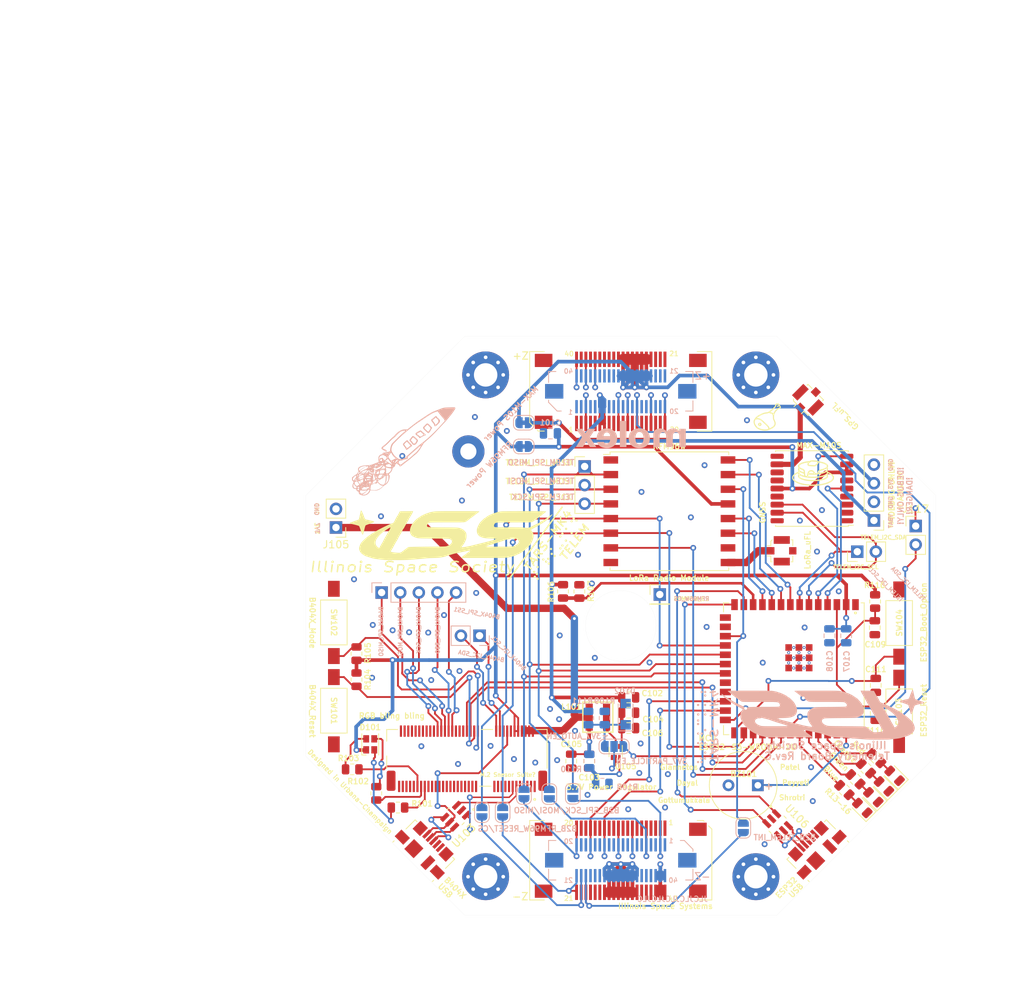
<source format=kicad_pcb>
(kicad_pcb (version 20211014) (generator pcbnew)
  (title_block (title "TARS MK4 Telemetry") (date "2023-03-25") (rev "C") (company "Illinois Space Society") (comment 4 "Contributors: Peter Giannetos, Eisha Peyyeti, Danny Guller, Rishi Patel"))
  (layers (0 "F.Cu" signal) (31 "B.Cu" signal) (34 "B.Paste" user) (35 "F.Paste" user) (36 "B.SilkS" user "B.Silkscreen") (37 "F.SilkS" user "F.Silkscreen") (38 "B.Mask" user) (39 "F.Mask" user) (44 "Edge.Cuts" user))
  (net 0 "")
  (net 1 "Net-(C101-Pad1)")
  (net 2 "GND")
  (net 3 "Net-(D101-Pad2)")
  (net 4 "/LTE_USB_5V")
  (net 5 "/B2B_SERVO_PWM")
  (net 6 "Net-(D101-Pad3)")
  (net 7 "/RESERVED_2")
  (net 8 "/RESERVED_3")
  (net 9 "/RESERVED_4")
  (net 10 "/B2B_UART_TX_PMB")
  (net 11 "/B2B_UART_RX_PMB")
  (net 12 "/3V3")
  (net 13 "/LTE_USB_DP")
  (net 14 "/TEENSY_GPIO_1")
  (net 15 "/LTE_USB_DN")
  (net 16 "/B2B_SPI_SCK")
  (net 17 "/B2B_SPI_MOSI")
  (net 18 "/B2B_I2C_SDA")
  (net 19 "/B2B_I2C_SCL")
  (net 20 "/B2B_UART_TX_TELEM")
  (net 21 "/B2B_UART_RX_TELEM")
  (net 22 "/B2B_SPI_MISO")
  (net 23 "/B2B_RFM96W_RESET")
  (net 24 "/B2B_RFM96W_CS")
  (net 25 "/B2B_RFM96W_INT")
  (net 26 "/5V")
  (net 27 "/Teensy_3V3")
  (net 28 "Net-(D101-Pad4)")
  (net 29 "Net-(D102-Pad1)")
  (net 30 "Net-(D103-Pad2)")
  (net 31 "Net-(D104-Pad2)")
  (net 32 "Net-(D105-Pad2)")
  (net 33 "/PWM_BUZZER")
  (net 34 "/VBAT")
  (net 35 "Net-(D106-Pad2)")
  (net 36 "Net-(J101-Pad1)")
  (net 40 "/TELEM_SPI_MOSI")
  (net 41 "/TELEM_SPI_MISO")
  (net 42 "/TELEM_SPI_SCK")
  (net 43 "/TELEM_I2C_SCL")
  (net 44 "/MAX-M10S_INT")
  (net 45 "/MAX-M10S_RESET")
  (net 46 "/TELEM_I2C_SDA")
  (net 48 "/B404X_I2C_SCL")
  (net 49 "/RESERVED_1")
  (net 50 "/B404X_I2C_SDA")
  (net 51 "/ESP_USB_DN")
  (net 53 "/LED_RED")
  (net 54 "/LED_ORANGE")
  (net 55 "/LED_GREEN")
  (net 56 "/LED_BLUE")
  (net 57 "/RFM96W_CS")
  (net 58 "/RFM96W_RESET")
  (net 59 "/TELEM_INT")
  (net 60 "/UART_TX_PARTICLE")
  (net 61 "/UART_RX_PARTICLE")
  (net 62 "/RFM96W_DIO5")
  (net 63 "/RFM96W_DIO3")
  (net 64 "/RFM96W_DIO4")
  (net 65 "/RFM96W_DIO1")
  (net 66 "/ESP_USB_DP")
  (net 68 "/B404X_Reset")
  (net 72 "/TEENSY_SWITCH")
  (net 73 "/B404X_Mode")
  (net 75 "/RGB_R")
  (net 76 "/GPIO_0")
  (net 77 "/CHIP_PU")
  (net 78 "/RGB_G")
  (net 79 "/RGB_B")
  (net 85 "/3V7_PARTICLE_EN")
  (net 86 "/VBAT_SENSE")
  (net 88 "/B404X_SPI_MISO")
  (net 90 "/B404X_SPI_MOSI")
  (net 92 "/B404X_SPI_SCK")
  (net 110 "Net-(J103-Pad2)")
  (net 111 "Net-(J103-Pad3)")
  (net 113 "Net-(J104-Pad1)")
  (net 114 "Net-(J109-Pad1)")
  (net 115 "Net-(J109-Pad2)")
  (net 116 "Net-(J109-Pad3)")
  (net 118 "/RFM96W_DIO2")
  (net 119 "Net-(JP107-Pad2)")
  (net 120 "Net-(JP109-Pad2)")
  (net 121 "Net-(L101-Pad2)")
  (net 122 "Net-(R108-Pad1)")
  (net 133 "/RTL_SDR_EN")
  (net 135 "/3V7")
  (net 137 "/B404X_SPI_SS1")
  (net 138 "/B404X_SPI_SS0")
  (footprint "SOT95P280X145-6N:SOT95P280X145-6N" (layer "F.Cu") (at 121.41 127.14 -45)
    (fp_text reference "U106")
    (fp_text value "USBLC6-2P6")
  )
  (footprint "Connector_Coaxial:U.FL_Molex_MCRF_73412-0110_Vertical" (layer "F.Cu") (at 125.56 69.16 -45)
    (fp_text reference "J101" hide)
    (fp_text value "U.FL")
  )
  (footprint "Capacitor_SMD:C_0805_2012Metric" (layer "F.Cu") (at 101.08 111.865)
    (fp_text reference "C104")
    (fp_text value "10uF")
  )
  (footprint "Capacitor_SMD:C_0805_2012Metric" (layer "F.Cu") (at 134.81 111.96 90)
    (fp_text reference "C110")
    (fp_text value "0.1uF")
  )
  (footprint "Connector_PinHeader_2.54mm:PinHeader_1x02_P2.54mm_Vertical" (layer "F.Cu") (at 61.13 86.58 180)
    (fp_text reference "J105")
    (fp_text value "Conn_01x02")
  )
  (footprint "Button_Switch_SMD:SW_SPST_FSMSM" (layer "F.Cu") (at 60.84 111.59 90)
    (fp_text reference "SW101")
    (fp_text value "SW_Push")
  )
  (footprint "Resistor_SMD:R_0805_2012Metric" (layer "F.Cu") (at 133.464655 119.464655 -45)
    (fp_text reference "R113" hide)
    (fp_text value "470")
  )
  (footprint "Connector_USB:USB_Micro-B_Molex_47346-0001" (layer "F.Cu") (at 73.42 130.384986 -45)
    (fp_text reference "J103" hide)
    (fp_text value "USB_B_Micro")
  )
  (footprint "Connector_USB:USB_Micro-B_Molex_47346-0001" (layer "F.Cu") (at 126.58 130.384986 45)
    (fp_text reference "J109" hide)
    (fp_text value "USB_B_Micro")
  )
  (footprint "MountingHole:MountingHole_2.2mm_M2_Pad" (layer "F.Cu") (at 79.2 76.2)
    (fp_text reference "REF**" hide)
    (fp_text value "MountingHole_2.2mm_M2_Pad")
  )
  (footprint "Capacitor_SMD:C_0805_2012Metric" (layer "F.Cu") (at 134.68 100.26 -90)
    (fp_text reference "C109")
    (fp_text value "1uF")
  )
  (footprint "MCU_ESP32:ESP32-S3-WROOM-1U" (layer "F.Cu") (at 123.63 105.86 -90)
    (fp_text reference "U104" hide)
    (fp_text value "ESP32-S3-WROOM-1U")
  )
  (footprint "Connector_Molex_BTB:Molex_SlimStack_Receptacle_2091680401_2x20_P0.635mm" (layer "F.Cu") (at 100.000003 67.999991 180)
    (fp_text reference "J110" hide)
    (fp_text value "Molex_SlimStack_2091680401_2x20_P0.635mm")
  )
  (footprint "Resistor_SMD:R_0805_2012Metric" (layer "F.Cu") (at 134.72 96.68 90)
    (fp_text reference "R116")
    (fp_text value "10K")
  )
  (footprint "Connector_PinHeader_2.54mm:PinHeader_1x02_P2.54mm_Vertical" (layer "F.Cu") (at 132.285 89.88 90)
    (fp_text reference "J113" hide)
    (fp_text value "Conn_01x02")
  )
  (footprint "Connector_PinHeader_2.54mm:PinHeader_1x01_P2.54mm_Vertical" (layer "F.Cu") (at 105.33 95.73)
    (fp_text reference "J114" hide)
    (fp_text value "Conn_01x05")
  )
  (footprint "memes:MK4 braille" (layer "F.Cu") (at 91.11 89.49 53.4)
    (fp_text reference "G***" hide)
    (fp_text value "LOGO" hide)
  )
  (footprint "Capacitor_SMD:C_0805_2012Metric" (layer "F.Cu") (at 93.24 118.47 -90)
    (fp_text reference "C105")
    (fp_text value "22uF")
  )
  (footprint "Capacitor_SMD:C_0805_2012Metric" (layer "F.Cu") (at 101.08 109.77)
    (fp_text reference "C102")
    (fp_text value "10uF")
  )
  (footprint "Resistor_SMD:R_0805_2012Metric" (layer "F.Cu") (at 66.63 122.87 90)
    (fp_text reference "R102")
    (fp_text value "1K")
  )
  (footprint "Resistor_SMD:R_0805_2012Metric" (layer "F.Cu") (at 63.93 107.35 -90)
    (fp_text reference "R104")
    (fp_text value "9K")
  )
  (footprint "Resistor_SMD:R_0805_2012Metric" (layer "F.Cu") (at 134.864765 118.054765 -45)
    (fp_text reference "R112" hide)
    (fp_text value "470")
  )
  (footprint "LED_SMD:LED_0805_2012Metric" (layer "F.Cu") (at 134.474655 123.394655 135)
    (fp_text reference "D105" hide)
    (fp_text value "GREEN LED")
  )
  (footprint "Button_Switch_SMD:SW_SPST_FSMSM" (layer "F.Cu") (at 60.84 99.54 -90)
    (fp_text reference "SW102")
    (fp_text value "SW_Push")
  )
  (footprint "Connector_PinHeader_2.54mm:PinHeader_1x02_P2.54mm_Vertical" (layer "F.Cu") (at 140.26 86.38)
    (fp_text reference "J117")
    (fp_text value "Conn_01x02")
  )
  (footprint "Resistor_SMD:R_0805_2012Metric" (layer "F.Cu") (at 130.525125 122.415125 -45)
    (fp_text reference "R115" hide)
    (fp_text value "470")
  )
  (footprint "Capacitor_SMD:C_0805_2012Metric" (layer "F.Cu") (at 101.08 113.96)
    (fp_text reference "C106")
    (fp_text value "0.1uF")
  )
  (footprint "Connector_Molex_BTB:Molex_SlimStack_Receptacle_2091680401_2x20_P0.635mm" (layer "F.Cu") (at 100.000003 131.99999)
    (fp_text reference "J111" hide)
    (fp_text value "Molex_SlimStack_2091680401_2x20_P0.635mm")
  )
  (footprint "Capacitor_SMD:C_0805_2012Metric" (layer "F.Cu") (at 134.81 108.13 90)
    (fp_text reference "C111")
    (fp_text value "0.1uF")
  )
  (footprint "Resistor_SMD:R_0805_2012Metric" (layer "F.Cu") (at 94.35 95.31 90)
    (fp_text reference "R107")
    (fp_text value "100k")
  )
  (footprint "LED_SMD:LED_0805_2012Metric" (layer "F.Cu") (at 132.972322 124.862322 135)
    (fp_text reference "D106" hide)
    (fp_text value "BLUE LED")
  )
  (footprint "RF_GPS:ublox_MAX" (layer "F.Cu") (at 126.1 81.26 180)
    (fp_text reference "U101" hide)
    (fp_text value "MAX-M10S")
  )
  (footprint "Connector_PinHeader_2.54mm:PinHeader_1x03_P2.54mm_Vertical" (layer "F.Cu") (at 95.07 78.25)
    (fp_text reference "J112" hide)
    (fp_text value "Conn_01x03")
  )
  (footprint "Resistor_SMD:R_0805_2012Metric" (layer "F.Cu") (at 63.35 119.59 180)
    (fp_text reference "R103")
    (fp_text value "1K")
  )
  (footprint "LED_SMD:LED_0805_2012Metric" (layer "F.Cu") (at 135.927087 121.917087 135)
    (fp_text reference "D104" hide)
    (fp_text value "ORANGE LED")
  )
  (footprint "LED_SMD:LED_Cree-PLCC4_2x2mm_CW" (layer "F.Cu") (at 65.8 116.18 90)
    (fp_text reference "D101")
    (fp_text value "LED_ABGR")
  )
  (footprint "Connector_M.2:TE_21992304" (layer "F.Cu") (at 79 116.65 180)
    (fp_text reference "J102" hide)
    (fp_text value "B404X")
  )
  (footprint "Button_Switch_SMD:SW_SPST_FSMSM" (layer "F.Cu") (at 138 99.625 -90)
    (fp_text reference "SW104")
    (fp_text value "SW_Push")
  )
  (footprint "memes:pancakes" (layer "F.Cu") (at 126.25 79.15)
    (fp_text reference "G***" hide)
    (fp_text value "LOGO" hide)
  )
  (footprint "RF_Module:HOPERF_RFM9XW_SMD" (layer "F.Cu") (at 106.64 84.36)
    (fp_text reference "U102" hide)
    (fp_text value "RFM96W-433S2")
  )
  (footprint "Resistor_SMD:R_0805_2012Metric" (layer "F.Cu") (at 92.12 95.3 -90)
    (fp_text reference "R106")
    (fp_text value "200k")
  )
  (footprint "Package_TO_SOT_SMD:SOT-563" (layer "F.Cu") (at 99.31 117.22 -90)
    (fp_text reference "U105")
    (fp_text value "TI_TPS564247DRLR")
  )
  (footprint "Button_Switch_SMD:SW_SPST_FSMSM" (layer "F.Cu") (at 138 111.675 90)
    (fp_text reference "SW103")
    (fp_text value "SW_Push")
  )
  (footprint "Capacitor_SMD:C_0805_2012Metric" (layer "F.Cu") (at 95.69 118.47 -90)
    (fp_text reference "C103")
    (fp_text value "22uF")
  )
  (footprint "Inductor_WE_MAPI:1.8_74438356018" (layer "F.Cu") (at 96.8496 112.4118)
    (fp_text reference "L101")
    (fp_text value "1.8uH" hide)
  )
  (footprint "Resistor_SMD:R_0805_2012Metric" (layer "F.Cu") (at 63.93 103.8 90)
    (fp_text reference "R105")
    (fp_text value "9K")
  )
  (footprint "Logos_ISS:ISS_LOGO_extreme small" (layer "F.Cu") (at 76.39 87.726764)
    (fp_text reference "G***" hide)
    (fp_text value "LOGO" hide)
  )
  (footprint "LED_SMD:LED_0805_2012Metric" (layer "F.Cu") (at 137.377197 120.477197 135)
    (fp_text reference "D103" hide)
    (fp_text value "RED LED")
  )
  (footprint "memes:ham" (layer "F.Cu") (at 119.99 71.54)
    (fp_text reference "G***" hide)
    (fp_text value "LOGO" hide)
  )
  (footprint "Buzzer_Beeper:MagneticBuzzer_PUI_AT-0927-TT-6-R" (layer "F.Cu") (at 118.71 121.77 180)
    (fp_text reference "BZ101")
    (fp_text value "Buzzer")
  )
  (footprint "Connector_PinHeader_2.54mm:PinHeader_1x04_P2.54mm_Vertical" (layer "F.Cu") (at 134.56 85.62 180)
    (fp_text reference "J106" hide)
    (fp_text value "Conn_01x04")
  )
  (footprint "Connector_Coaxial:U.FL_Molex_MCRF_73412-0110_Vertical" (layer "F.Cu") (at 121.98 89.76 -90)
    (fp_text reference "J104" hide)
    (fp_text value "U.FL")
  )
  (footprint "Resistor_SMD:R_0805_2012Metric" (layer "F.Cu") (at 69.59 124.81 180)
    (fp_text reference "R101")
    (fp_text value "1K")
  )
  (footprint "Resistor_SMD:R_0805_2012Metric" (layer "F.Cu") (at 132.01989 120.94989 -45)
    (fp_text reference "R114" hide)
    (fp_text value "470")
  )
  (footprint "SOT95P280X145-6N:SOT95P280X145-6N" (layer "F.Cu") (at 77.46 125.99 -135)
    (fp_text reference "U103")
    (fp_text value "USBLC6-2P6")
  )
  (footprint "Resistor_SMD:R_0805_2012Metric" (layer "B.Cu") (at 95.565 112.5925 90)
    (fp_text reference "R111")
    (fp_text value "20k")
  )
  (footprint "Jumper:SolderJumper-3_P1.3mm_Open_RoundedPad1.0x1.5mm" (layer "B.Cu") (at 99.09 116.47)
    (fp_text reference "JP109" hide)
    (fp_text value "SolderJumper_3_Open" hide)
  )
  (footprint "Logos_ISS:MOLEX" (layer "B.Cu") (at 101.38 73.89 180)
    (fp_text reference "G***" hide)
    (fp_text value "LOGO" hide)
  )
  (footprint "Jumper:SolderJumper-2_P1.3mm_Open_RoundedPad1.0x1.5mm" (layer "B.Cu") (at 116.73 127.58 -90)
    (fp_text reference "JP108" hide)
    (fp_text value "SolderJumper_2_Open")
  )
  (footprint "Diode_SMD:D_SMF" (layer "B.Cu") (at 100.665 112.06 90)
    (fp_text reference "D102")
    (fp_text value " PTZTFTE255.1B")
  )
  (footprint "Jumper:SolderJumper-2_P1.3mm_Bridged_RoundedPad1.0x1.5mm" (layer "B.Cu") (at 86.76 75.52)
    (fp_text reference "JP106" hide)
    (fp_text value "Jumper_NC_Small")
  )
  (footprint "Jumper:SolderJumper-2_P1.3mm_Bridged_RoundedPad1.0x1.5mm" (layer "B.Cu") (at 86.76 72.28)
    (fp_text reference "JP107" hide)
    (fp_text value "Jumper_NC_Small")
  )
  (footprint "Capacitor_SMD:C_0805_2012Metric" (layer "B.Cu") (at 130.77 101.36 -90)
    (fp_text reference "C107")
    (fp_text value "22uF")
  )
  (footprint "Jumper:SolderJumper-2_P1.3mm_Open_RoundedPad1.0x1.5mm" (layer "B.Cu") (at 81.05 125.44 90)
    (fp_text reference "JP102" hide)
    (fp_text value "SolderJumper_2_Open")
  )
  (footprint "Jumper:SolderJumper-2_P1.3mm_Open_RoundedPad1.0x1.5mm" (layer "B.Cu") (at 86.79 122.96 90)
    (fp_text reference "JP103" hide)
    (fp_text value "SolderJumper_2_Open")
  )
  (footprint "Connector_PinHeader_2.54mm:PinHeader_1x02_P2.54mm_Vertical" (layer "B.Cu") (at 80.725 101.35 90)
    (fp_text reference "J108" hide)
    (fp_text value "Conn_01x02")
  )
  (footprint "Capacitor_SMD:C_0805_2012Metric" (layer "B.Cu") (at 128.49 101.36 -90)
    (fp_text reference "C108")
    (fp_text value "0.1uF")
  )
  (footprint "Jumper:SolderJumper-2_P1.3mm_Open_RoundedPad1.0x1.5mm" (layer "B.Cu") (at 83.88 125.44 90)
    (fp_text reference "JP101" hide)
    (fp_text value "SolderJumper_2_Open")
  )
  (footprint "Connector_PinHeader_2.54mm:PinHeader_1x05_P2.54mm_Vertical" (layer "B.Cu") (at 67.36 95.46 -90)
    (fp_text reference "J107" hide)
    (fp_text value "Conn_01x04")
  )
  (footprint "memes:eisha_rocket" (layer "B.Cu") (at 70.35 75.9 180)
    (fp_text reference "G***" hide)
    (fp_text value "LOGO" hide)
  )
  (footprint "MountingHole:MountingHole_3.2mm_M3_Pad_Via" (layer "B.Cu") (at 118.442536 134.247282 180)
    (fp_text reference "REF**" hide)
    (fp_text value "MountingHole_3.2mm_M3_Pad_Via")
  )
  (footprint "Resistor_SMD:R_0805_2012Metric" (layer "B.Cu") (at 95.71 118.46 90)
    (fp_text reference "R110")
    (fp_text value "155k")
  )
  (footprint "MountingHole:MountingHole_3.2mm_M3_Pad_Via" (layer "B.Cu") (at 81.557464 134.247282 180)
    (fp_text reference "REF**" hide)
    (fp_text value "MountingHole_3.2mm_M3_Pad_Via")
  )
  (footprint "memes:MK4 braille" (layer "B.Cu") (at 111.029989 113.839676 90)
    (fp_text reference "G***" hide)
    (fp_text value "LOGO" hide)
  )
  (footprint "Connector_Molex_BTB:Molex_SlimStack_Plug_550910474_2x20_P0.365mm" (layer "B.Cu") (at 100.000003 67.990009)
    (fp_text reference "J115" hide)
    (fp_text value "Molex_SlimStack_Plug_550910474_2x20_P0.365mm")
  )
  (footprint "Resistor_SMD:R_0805_2012Metric" (layer "B.Cu") (at 97.805 112.5925 90)
    (fp_text reference "R109")
    (fp_text value "30k")
  )
  (footprint "Capacitor_SMD:C_0805_2012Metric" (layer "B.Cu") (at 90.4 73.74 180)
    (fp_text reference "C101")
    (fp_text value "10uF")
  )
  (footprint "MountingHole:MountingHole_3.2mm_M3_Pad_Via" (layer "B.Cu") (at 81.557464 65.752718 180)
    (fp_text reference "REF**" hide)
    (fp_text value "MountingHole_3.2mm_M3_Pad_Via" hide)
  )
  (footprint "Jumper:SolderJumper-2_P1.3mm_Open_RoundedPad1.0x1.5mm" (layer "B.Cu") (at 93.46 122.93 90)
    (fp_text reference "JP105" hide)
    (fp_text value "SolderJumper_2_Open")
  )
  (footprint "MountingHole:MountingHole_3.2mm_M3_Pad_Via" (layer "B.Cu") (at 118.442536 65.752718 180)
    (fp_text reference "REF**" hide)
    (fp_text value "MountingHole_3.2mm_M3_Pad_Via" hide)
  )
  (footprint "Connector_Molex_BTB:Molex_SlimStack_Plug_550910474_2x20_P0.365mm" (layer "B.Cu") (at 100.000003 131.99999 180)
    (fp_text reference "J116" hide)
    (fp_text value "Molex_SlimStack_Plug_550910474_2x20_P0.365mm")
  )
  (footprint "Logos_ISS:ISS_LOGO_extreme small" (layer "B.Cu") (at 128.024121 112.231764 180)
    (fp_text reference "G***" hide)
    (fp_text value "LOGO" hide)
  )
  (footprint "Resistor_SMD:R_0805_2012Metric" (layer "B.Cu") (at 97.48 121.56)
    (fp_text reference "R108")
    (fp_text value "30k")
  )
  (footprint "Jumper:SolderJumper-2_P1.3mm_Open_RoundedPad1.0x1.5mm" (layer "B.Cu") (at 90.25 122.97 90)
    (fp_text reference "JP104" hide)
    (fp_text value "SolderJumper_2_Open")
  )
  (gr_line (start 91.98875 83.815) (end 84.71 93.68) (layer "F.SilkS") (width 0.2))
  (gr_line locked (start 78.712663 60.47) (end 57.011885 82.19374) (layer "Edge.Cuts") (width 0.01))
  (gr_circle locked (center 100 100) (end 104.8125 100) (layer "Edge.Cuts") (width 0.01) (fill none))
  (gr_line locked (start 121.287337 139.53) (end 142.988115 117.80626) (layer "Edge.Cuts") (width 0.01))
  (gr_line locked (start 121.287337 139.53) (end 78.712663 139.53) (layer "Edge.Cuts") (width 0.01))
  (gr_line locked (start 142.988115 82.19374) (end 121.287337 60.47) (layer "Edge.Cuts") (width 0.01))
  (gr_line locked (start 142.988115 117.80626) (end 142.988115 82.19374) (layer "Edge.Cuts") (width 0.01))
  (gr_line locked (start 57.011885 82.19374) (end 57.011885 117.80626) (layer "Edge.Cuts") (width 0.01))
  (gr_line locked (start 57.011885 117.80626) (end 78.712663 139.53) (layer "Edge.Cuts") (width 0.01))
  (gr_line locked (start 121.287337 60.47) (end 78.712663 60.47) (layer "Edge.Cuts") (width 0.01))
  (gr_text "21" (at 107.25 65.22) (layer "B.SilkS") (effects (font (size 0.65 0.65) (thickness 0.12)) (justify mirror)))
  (gr_text "40" (at 92.86 65.25) (layer "B.SilkS") (effects (font (size 0.65 0.65) (thickness 0.12)) (justify mirror)))
  (gr_text "B404X_SPI_MOSI" (at 69.93 100.81 -270) (layer "B.SilkS") (effects (font (size 0.55 0.55) (thickness 0.12)) (justify mirror)))
  (gr_text "+Z" (at 111.2 65.87) (layer "B.SilkS") (effects (font (size 1 1)) (justify mirror)))
  (gr_text "B404X_SPI_SCK" (at 72.42 100.6 -270) (layer "B.SilkS") (effects (font (size 0.55 0.55) (thickness 0.12)) (justify mirror)))
  (gr_text "RFM96W Power" (at 82.05 78.01 45) (layer "B.SilkS") (effects (font (size 0.75 0.75)) (justify mirror)))
  (gr_text "RFM96W_CS" (at 109.67 96.31) (layer "B.SilkS") (effects (font (size 0.55 0.55) (thickness 0.12)) (justify mirror)))
  (gr_text "3V7_AUTO_EN" (at 93.61 115.06) (layer "B.SilkS") (effects (font (size 0.75 0.75)) (justify mirror)))
  (gr_text "GND" (at 136.84 83.15 90) (layer "B.SilkS") (effects (font (size 0.55 0.55) (thickness 0.12)) (justify mirror)))
  (gr_text "1" (at 93.13 70.84) (layer "B.SilkS") (effects (font (size 0.65 0.65) (thickness 0.12)) (justify mirror)))
  (gr_text "20" (at 107.27 70.74) (layer "B.SilkS") (effects (font (size 0.65 0.65) (thickness 0.12)) (justify mirror)))
  (gr_text "B404X_SPI_MISO" (at 67.29 100.77 -270) (layer "B.SilkS") (effects (font (size 0.55 0.55) (thickness 0.12)) (justify mirror)))
  (gr_text "GND" (at 136.84 78.03 90) (layer "B.SilkS") (effects (font (size 0.55 0.55) (thickness 0.12)) (justify mirror)))
  (gr_text "TELEM_I2C_SCL" (at 136.2 94.41 315) (layer "B.SilkS") (effects (font (size 0.55 0.55) (thickness 0.12)) (justify mirror)))
  (gr_text "B2B_TELEM_INT" (at 122.37 128.89) (layer "B.SilkS") (effects (font (size 0.75 0.75)) (justify mirror)))
  (gr_text "40" (at 107.16 134.74) (layer "B.SilkS") (effects (font (size 0.65 0.65) (thickness 0.12)) (justify mirror)))
  (gr_text "JLCJLCJLCJLCJLC" (at 107.07 137.29) (layer "B.SilkS") (effects (font (size 0.75 0.75) (thickness 0.12)) (justify mirror)))
  (gr_text "!DEBUG ONLY!\n!DANGER!" (at 138.82 82.27 90) (layer "B.SilkS") (effects (font (size 0.75 0.75)) (justify mirror)))
  (gr_text "B2B_SPI_SCK/MOSI/MISO" (at 92.62 125.2) (layer "B.SilkS") (effects (font (size 0.75 0.75)) (justify mirror)))
  (gr_text "-Z" (at 111.14 134.23) (layer "B.SilkS") (effects (font (size 1 1)) (justify mirror)))
  (gr_text "20\n" (at 92.87 129.42) (layer "B.SilkS") (effects (font (size 0.65 0.65) (thickness 0.12)) (justify mirror)))
  (gr_text "+" (at 120.22 122.01 180) (layer "B.SilkS") (effects (font (size 1 1)) (justify mirror)))
  (gr_text "MAX-M10S Power" (at 85.01 71.02 45) (layer "B.SilkS") (effects (font (size 0.75 0.75)) (justify mirror)))
  (gr_text "VBAT" (at 136.84 85.71 90) (layer "B.SilkS") (effects (font (size 0.55 0.55) (thickness 0.12)) (justify mirror)))
  (gr_text "B404X_I2C_SCL" (at 84.68 103.74 -45) (layer "B.SilkS") (effects (font (size 0.55 0.55) (thickness 0.12)) (justify mirror)))
  (gr_text "B404X_I2C_SDA" (at 80.96 104.14 -10) (layer "B.SilkS") (effects (font (size 0.55 0.55) (thickness 0.12)) (justify mirror)))
  (gr_text "TELEM_SPI_MOSI" (at 89.13 80.25) (layer "B.SilkS") (effects (font (size 0.75 0.75)) (justify mirror)))
  (gr_text "TELEM_I2C_SDA" (at 139.23 94.27 315) (layer "B.SilkS") (effects (font (size 0.55 0.55) (thickness 0.12)) (justify mirror)))
  (gr_text "Telemetry Board Rev.C" (at 128.169111 117.78676) (layer "B.SilkS") (effects (font (size 1 1) (thickness 0.2)) (justify mirror)))
  (gr_text "TELEM_SPI_MISO" (at 89.13 77.71) (layer "B.SilkS") (effects (font (size 0.75 0.75)) (justify mirror)))
  (gr_text "3V7_PARTICLE_EN" (at 104.2 118.48) (layer "B.SilkS") (effects (font (size 0.75 0.75)) (justify mirror)))
  (gr_text "GND" (at 58.47 84.08 -90) (layer "B.SilkS") (effects (font (size 0.55 0.55) (thickness 0.12)) (justify mirror)))
  (gr_text "3V7\n" (at 58.6 86.7 -90) (layer "B.SilkS") (effects (font (size 0.55 0.55) (thickness 0.12)) (justify mirror)))
  (gr_text "B404X_SPI_SS0" (at 75.01 100.6 -270) (layer "B.SilkS") (effects (font (size 0.55 0.55) (thickness 0.12)) (justify mirror)))
  (gr_text "Illinois Space Society" (at 128.024121 116.341764) (layer "B.SilkS") (effects (font (size 1 1) (thickness 0.2)) (justify mirror)))
  (gr_text "TELEM_SPI_SCK" (at 89.38 82.42) (layer "B.SilkS") (effects (font (size 0.75 0.75)) (justify mirror)))
  (gr_text "TARS-MK4" (at 112.679121 113.656764 270) (layer "B.SilkS") (effects (font (size 1 1.25) (thickness 0.2) italic) (justify mirror)))
  (gr_text "1" (at 106.86 129.34) (layer "B.SilkS") (effects (font (size 0.65 0.65) (thickness 0.12)) (justify mirror)))
  (gr_text "B2B_RFM96W_RESET/CS" (at 87.26 127.69) (layer "B.SilkS") (effects (font (size 0.75 0.75)) (justify mirror)))
  (gr_text "3V3\n" (at 136.84 80.59 90) (layer "B.SilkS") (effects (font (size 0.55 0.55) (thickness 0.12)) (justify mirror)))
  (gr_text "21" (at 92.84 134.74) (layer "B.SilkS") (effects (font (size 0.65 0.65) (thickness 0.12)) (justify mirror)))
  (gr_text "B404X_SPI_SS1" (at 80.35 98.28 -10) (layer "B.SilkS") (effects (font (size 0.55 0.55) (thickness 0.12)) (justify mirror)))
  (gr_text "B404X\nUSB" (at 75.62 134.86 315) (layer "F.SilkS") (effects (font (size 0.75 0.75)) (justify left)))
  (gr_text "Blue" (at 127.78 119.23 315) (layer "F.SilkS") (effects (font (size 0.75 0.75)) (justify left)))
  (gr_text "GND" (at 136.89 78.03 90) (layer "F.SilkS") (effects (font (size 0.55 0.55) (thickness 0.12))))
  (gr_text "GND" (at 58.5 84.07 270) (layer "F.SilkS") (effects (font (size 0.55 0.55) (thickness 0.12))))
  (gr_text "Gottumukkala" (at 108.65 123.8) (layer "F.SilkS") (effects (font (size 0.7 0.7))))
  (gr_text "Patel" (at 123.1 119.3) (layer "F.SilkS") (effects (font (size 0.7 0.7))))
  (gr_text "ESP32_Reset" (at 141.36 111.56 90) (layer "F.SilkS") (effects (font (size 0.75 0.75))))
  (gr_text "Illinois Space Systems" (at 106.1 138.26) (layer "F.SilkS") (effects (font (size 0.75 0.75))))
  (gr_text "ESP32_Boot_Option" (at 141.36 99.53 90) (layer "F.SilkS") (effects (font (size 0.75 0.75))))
  (gr_text "TELEM_SPI_MOSI" (at 88.81 80.28) (layer "F.SilkS") (effects (font (size 0.75 0.75))))
  (gr_text "21" (at 92.9 137.21) (layer "F.SilkS") (effects (font (size 0.65 0.65) (thickness 0.12))))
  (gr_text "3.7V Power Regulator" (at 98.72 122.01) (layer "F.SilkS") (effects (font (size 0.75 0.75))))
  (gr_text "GPS_uFL" (at 130.64 71.38 135) (layer "F.SilkS") (effects (font (size 0.75 0.75))))
  (gr_text "3V3\n" (at 136.89 80.59 90) (layer "F.SilkS") (effects (font (size 0.55 0.55) (thickness 0.12))))
  (gr_text "TELEM" (at 93.704375 88.5925 53.4) (layer "F.SilkS") (effects (font (size 1 1.25) (thickness 0.2) italic)))
  (gr_text "B404X_Reset" (at 57.91 111.62 270) (layer "F.SilkS") (effects (font (size 0.75 0.75))))
  (gr_text "Peyyeti" (at 123.9 121.4) (layer "F.SilkS") (effects (font (size 0.7 0.7))))
  (gr_text "-Z" (at 86.28 136.95) (layer "F.SilkS") (effects (font (size 1 1))))
  (gr_text "20" (at 107.32 73.22) (layer "F.SilkS") (effects (font (size 0.65 0.65) (thickness 0.12))))
  (gr_text "GNSS" (at 119.36 84.53 90) (layer "F.SilkS") (effects (font (size 0.75 0.75))))
  (gr_text "TELEM_I2C_SDA" (at 135.83 87.93) (layer "F.SilkS") (effects (font (size 0.55 0.55) (thickness 0.12))))
  (gr_text "ESP32\nUSB" (at 124.36 134.84 45) (layer "F.SilkS") (effects (font (size 0.75 0.75)) (justify right)))
  (gr_text "Green" (at 128.61 117.34 315) (layer "F.SilkS") (effects (font (size 0.75 0.75)) (justify left)))
  (gr_text "LoRa Radio Module" (at 106.59999 93.469993) (layer "F.SilkS") (effects (font (size 0.75 0.75))))
  (gr_text "!DEBUG ONLY!\n!DANGER!" (at 137.58 81.54 90) (layer "F.SilkS") (effects (font (size 0.75 0.75))))
  (gr_text "40" (at 107.12 137.23) (layer "F.SilkS") (effects (font (size 0.65 0.65) (thickness 0.12))))
  (gr_text "MAX-M10S" (at 127.05 75.38) (layer "F.SilkS") (effects (font (size 0.75 0.75))))
  (gr_text "Shrotri" (at 123.4 123.45) (layer "F.SilkS") (effects (font (size 0.7 0.7))))
  (gr_text "Dayal" (at 109.1 121.45) (layer "F.SilkS") (effects (font (size 0.7 0.7))))
  (gr_text "TELEM_SPI_SCK" (at 89.06 82.45) (layer "F.SilkS") (effects (font (size 0.75 0.75))))
  (gr_text "Giannetos" (at 107.95 119.3) (layer "F.SilkS") (effects (font (size 0.7 0.7))))
  (gr_text "MCU\nESP32-S3-WROOM-1U" (at 110.54 115.95) (layer "F.SilkS") (effects (font (size 0.75 0.75)) (justify left)))
  (gr_text "TELEM_I2C_SCL" (at 132.08 91.97) (layer "F.SilkS") (effects (font (size 0.55 0.55) (thickness 0.12))))
  (gr_text "Red" (at 131.66 115.85 315) (layer "F.SilkS") (effects (font (size 0.75 0.75)) (justify left)))
  (gr_text "Orange" (at 129.2 115.69 315) (layer "F.SilkS") (effects (font (size 0.75 0.75)) (justify left)))
  (gr_text "1" (at 93.2 73.23) (layer "F.SilkS") (effects (font (size 0.65 0.65) (thickness 0.12))))
  (gr_text "TELEM_SPI_MISO" (at 88.81 77.74) (layer "F.SilkS") (effects (font (size 0.75 0.75))))
  (gr_text "B404X_Mode" (at 57.91 99.59 270) (layer "F.SilkS") (effects (font (size 0.75 0.75))))
  (gr_text "RFM96W_CS" (at 109.65 96.32) (layer "F.SilkS") (effects (font (size 0.55 0.55) (thickness 0.12))))
  (gr_text "TARS-MK4" (at 90.07 88.36 53.4) (layer "F.SilkS") (effects (font (size 1 1.25) (thickness 0.2) italic)))
  (gr_text "M.2 Snesor Suite?" (at 84.58 120.33) (layer "F.SilkS") (effects (font (size 0.55 0.55) (thickness 0.12))))
  (gr_text "1" (at 106.85 126.87) (layer "F.SilkS") (effects (font (size 0.65 0.65) (thickness 0.12))))
  (gr_text "3V7\n" (at 58.49 86.69 270) (layer "F.SilkS") (effects (font (size 0.55 0.55) (thickness 0.12))))
  (gr_text "+Z" (at 86.34 63.15) (layer "F.SilkS") (effects (font (size 1 1))))
  (gr_text "21" (at 107.26 62.85) (layer "F.SilkS") (effects (font (size 0.65 0.65) (thickness 0.12))))
  (gr_text "Illinois Space Society" (at 71.52 91.97) (layer "F.SilkS") (effects (font (size 1.4 1.7) (thickness 0.2) italic)))
  (gr_text "R13-16" (at 127.99 122.29 315) (layer "F.SilkS") (effects (font (size 0.75 0.75)) (justify left)))
  (gr_text "RFM96W" (at 106.65 75.52) (layer "F.SilkS") (effects (font (size 0.75 0.75))))
  (gr_text "VBAT" (at 136.89 85.71 90) (layer "F.SilkS") (effects (font (size 0.55 0.55) (thickness 0.12))))
  (gr_text "20" (at 92.9 126.89) (layer "F.SilkS") (effects (font (size 0.65 0.65) (thickness 0.12))))
  (gr_text "LoRa_uFL" (at 125.5 89.68 90) (layer "F.SilkS") (effects (font (size 0.75 0.75))))
  (gr_text "GND" (at 136.89 83.15 90) (layer "F.SilkS") (effects (font (size 0.55 0.55) (thickness 0.12))))
  (gr_text "40" (at 92.95 62.87) (layer "F.SilkS") (effects (font (size 0.65 0.65) (thickness 0.12))))
  (gr_text "RGB bling bling" (at 64.17 112.28) (layer "F.SilkS") (effects (font (size 0.75 0.75)) (justify left)))
  (gr_text "Designed in Urbana-Champaign" (at 63.05 122.66 -45) (layer "F.SilkS") (effects (font (size 0.65 0.65) (thickness 0.13))))
  (segment (start 91.55 75.55) (end 104.57 75.55) (width 0.5) (layer "F.Cu") (net 1))
  (segment (start 112.38 83.36) (end 114.64 83.36) (width 0.5) (layer "F.Cu") (net 1))
  (segment (start 104.57 75.55) (end 112.38 83.36) (width 0.5) (layer "F.Cu") (net 1))
  (segment (start 91.54 75.56) (end 91.55 75.55) (width 0.5) (layer "F.Cu") (net 1))
  (via (at 91.54 75.56) (size 0.8) (drill 0.4) (layers "F.Cu" "B.Cu") (net 1))
  (segment (start 91.54 73.93) (end 91.54 75.56) (width 0.5) (layer "B.Cu") (net 1))
  (segment (start 87.45 75.56) (end 91.54 75.56) (width 0.5) (layer "B.Cu") (net 1))
  (segment (start 140.23 83.95) (end 140.23 86.35) (width 0.25) (layer "F.Cu") (net 2))
  (segment (start 140.23 86.35) (end 140.26 86.38) (width 0.25) (layer "F.Cu") (net 2))
  (via (at 70.18 76.82) (size 0.8) (drill 0.4) (layers "F.Cu" "B.Cu") (net 2))
  (via (at 66.06 107.09) (size 0.8) (drill 0.4) (layers "F.Cu" "B.Cu") (net 2))
  (via (at 85.42 118.19) (size 0.8) (drill 0.4) (layers "F.Cu" "B.Cu") (net 2))
  (via (at 102.53 120.1) (size 0.8) (drill 0.4) (layers "F.Cu" "B.Cu") (net 2))
  (via (at 129.76 95.29) (size 0.8) (drill 0.4) (layers "F.Cu" "B.Cu") (net 2))
  (via (at 80.27 95.51) (size 0.8) (drill 0.4) (layers "F.Cu" "B.Cu") (net 2))
  (via (at 106.05 124.8) (size 0.8) (drill 0.4) (layers "F.Cu" "B.Cu") (net 2))
  (via (at 68.86 100.61) (size 0.8) (drill 0.4) (layers "F.Cu" "B.Cu") (net 2))
  (via (at 124.45 85.64) (size 0.8) (drill 0.4) (layers "F.Cu" "B.Cu") (net 2))
  (via (at 124.92 109.86) (size 0.8) (drill 0.4) (layers "F.Cu" "B.Cu") (net 2))
  (via (at 126.21 123.93) (size 0.8) (drill 0.4) (layers "F.Cu" "B.Cu") (net 2))
  (via (at 96.46 104.37) (size 0.8) (drill 0.4) (layers "F.Cu" "B.Cu") (net 2))
  (via (at 71.11 100.88) (size 0.8) (drill 0.4) (layers "F.Cu" "B.Cu") (net 2))
  (via (at 125.1 100.23) (size 0.8) (drill 0.4) (layers "F.Cu" "B.Cu") (net 2))
  (via (at 140.23 83.95) (size 0.8) (drill 0.4) (layers "F.Cu" "B.Cu") (net 2))
  (via (at 63.59 93.65) (size 0.8) (drill 0.4) (layers "F.Cu" "B.Cu") (net 2))
  (via (at 119.38 105.03) (size 0.8) (drill 0.4) (layers "F.Cu" "B.Cu") (net 2))
  (via (at 84.45 73.4) (size 0.8) (drill 0.4) (layers "F.Cu" "B.Cu") (net 2))
  (via (at 125.98 119.3) (size 0.8) (drill 0.4) (layers "F.Cu" "B.Cu") (net 2))
  (via (at 91.67 101.31) (size 0.8) (drill 0.4) (layers "F.Cu" "B.Cu") (net 2))
  (via (at 78.32 82.9) (size 0.8) (drill 0.4) (layers "F.Cu" "B.Cu") (net 2))
  (via (at 119.64 129.81) (size 0.8) (drill 0.4) (layers "F.Cu" "B.Cu") (net 2))
  (via (at 66.15 99.88) (size 0.8) (drill 0.4) (layers "F.Cu" "B.Cu") (net 2))
  (via (at 77.99 106.17) (size 0.8) (drill 0.4) (layers "F.Cu" "B.Cu") (net 2))
  (via (at 111.44 78.08) (size 0.8) (drill 0.4) (layers "F.Cu" "B.Cu") (net 2))
  (via (at 101.02 125.04) (size 0.8) (drill 0.4) (layers "F.Cu" "B.Cu") (net 2))
  (via (at 109.57 85.19) (size 0.8) (drill 0.4) (layers "F.Cu" "B.Cu") (net 2))
  (via (at 102.83 81.72) (size 0.8) (drill 0.4) (layers "F.Cu" "B.Cu") (net 2))
  (via (at 91.32 118.34) (size 0.8) (drill 0.4) (layers "F.Cu" "B.Cu") (net 2))
  (via (at 96.06 94.23) (size 0.8) (drill 0.4) (layers "F.Cu" "B.Cu") (net 2))
  (via (at 111.72 100.15) (size 0.8) (drill 0.4) (layers "F.Cu" "B.Cu") (net 2))
  (via (at 74.13 107.41) (size 0.8) (drill 0.4) (layers "F.Cu" "B.Cu") (net 2))
  (via (at 95.47 123.07) (size 0.8) (drill 0.4) (layers "F.Cu" "B.Cu") (net 2))
  (via (at 126.79 89.87) (size 0.8) (drill 0.4) (layers "F.Cu" "B.Cu") (net 2))
  (via (at 75.88 98.54) (size 0.8) (drill 0.4) (layers "F.Cu" "B.Cu") (net 2))
  (via (at 77.79 118.86) (size 0.8) (drill 0.4) (layers "F.Cu" "B.Cu") (net 2))
  (via (at 103.93 105.01) (size 0.8) (drill 0.4) (layers "F.Cu" "B.Cu") (net 2))
  (via (at 93.76 114.34) (size 0.8) (drill 0.4) (layers "F.Cu" "B.Cu") (net 2))
  (via (at 117.23 71.94) (size 0.8) (drill 0.4) (layers "F.Cu" "B.Cu") (net 2))
  (via (at 94.17 90.3) (size 0.8) (drill 0.4) (layers "F.Cu" "B.Cu") (net 2))
  (via (at 88.33 118.67) (size 0.8) (drill 0.4) (layers "F.Cu" "B.Cu") (net 2))
  (via (at 72.78 116.44) (size 0.8) (drill 0.4) (layers "F.Cu" "B.Cu") (net 2))
  (via (at 127.46 84.21) (size 0.8) (drill 0.4) (layers "F.Cu" "B.Cu") (net 2))
  (via (at 67.27 85.05) (size 0.8) (drill 0.4) (layers "F.Cu" "B.Cu") (net 2))
  (via (at 106.43 120.25) (size 0.8) (drill 0.4) (layers "F.Cu" "B.Cu") (net 2))
  (via (at 102.71 116.06) (size 0.8) (drill 0.4) (layers "F.Cu" "B.Cu") (net 2))
  (via (at 73.72 100.93) (size 0.8) (drill 0.4) (layers "F.Cu" "B.Cu") (net 2))
  (via (at 80.09 71.5) (size 0.8) (drill 0.4) (layers "F.Cu" "B.Cu") (net 2))
  (via (at 91.59 112.75) (size 0.8) (drill 0.4) (layers "F.Cu" "B.Cu") (net 2))
  (via (at 90.35 111.35) (size 0.8) (drill 0.4) (layers "F.Cu" "B.Cu") (net 2))
  (via (at 82.23 116.39) (size 0.8) (drill 0.4) (layers "F.Cu" "B.Cu") (net 2))
  (segment (start 62.4375 119.59) (end 62.4375 118.4325) (width 0.25) (layer "F.Cu") (net 3))
  (segment (start 64.01 115.43) (end 65.25 115.43) (width 0.25) (layer "F.Cu") (net 3))
  (segment (start 63.12 117.75) (end 63.12 116.32) (width 0.25) (layer "F.Cu") (net 3))
  (segment (start 62.4375 118.4325) (end 63.12 117.75) (width 0.25) (layer "F.Cu") (net 3))
  (segment (start 63.12 116.32) (end 64.01 115.43) (width 0.25) (layer "F.Cu") (net 3))
  (segment (start 76.650363 126.799637) (end 76.650363 126.829275) (width 0.25) (layer "F.Cu") (net 4))
  (segment (start 74.37 127.62) (end 75.859637 127.62) (width 0.25) (layer "F.Cu") (net 4))
  (segment (start 76.02 124.6) (end 75 124.6) (width 0.25) (layer "F.Cu") (net 4))
  (segment (start 76.089819 127.389819) (end 76.4 127.079637) (width 0.25) (layer "F.Cu") (net 4))
  (segment (start 76.650363 126.799637) (end 77.31 126.14) (width 0.25) (layer "F.Cu") (net 4))
  (segment (start 80.62 120.12) (end 75 120.12) (width 0.25) (layer "F.Cu") (net 4))
  (segment (start 84.5 116.24) (end 80.62 120.12) (width 0.25) (layer "F.Cu") (net 4))
  (segment (start 76.650363 126.829275) (end 76.089819 127.389819) (width 0.25) (layer "F.Cu") (net 4))
  (segment (start 73.556629 128.433371) (end 74.37 127.62) (width 0.25) (layer "F.Cu") (net 4))
  (segment (start 84.5 114.375) (end 84.5 116.24) (width 0.25) (layer "F.Cu") (net 4))
  (segment (start 77.31 126.14) (end 77.31 125.89) (width 0.25) (layer "F.Cu") (net 4))
  (segment (start 73.533137 128.433371) (end 73.556629 128.433371) (width 0.25) (layer "F.Cu") (net 4))
  (segment (start 77.31 125.89) (end 76.02 124.6) (width 0.25) (layer "F.Cu") (net 4))
  (segment (start 75.859637 127.62) (end 76.089819 127.389819) (width 0.25) (layer "F.Cu") (net 4))
  (via (at 75 124.6) (size 0.8) (drill 0.4) (layers "F.Cu" "B.Cu") (net 4))
  (via (at 75 120.12) (size 0.8) (drill 0.4) (layers "F.Cu" "B.Cu") (net 4))
  (segment (start 75 120.12) (end 75 124.6) (width 0.25) (layer "B.Cu") (net 4))
  (segment (start 95.24 68.53) (end 95.2375 68.5325) (width 0.25) (layer "F.Cu") (net 5))
  (segment (start 95.2375 68.5325) (end 95.2375 72.375) (width 0.25) (layer "F.Cu") (net 5))
  (via (at 95.24 68.53) (size 0.8) (drill 0.4) (layers "F.Cu" "B.Cu") (net 5))
  (segment (start 95.24 68.53) (end 95.24 70.0875) (width 0.25) (layer "B.Cu") (net 5))
  (segment (start 67.32 118.35) (end 67.49 118.18) (width 0.25) (layer "F.Cu") (net 6))
  (segment (start 67.49 115.64) (end 67.28 115.43) (width 0.25) (layer "F.Cu") (net 6))
  (segment (start 67.32 118.81) (end 67.32 118.35) (width 0.25) (layer "F.Cu") (net 6))
  (segment (start 67.12 121.4675) (end 66.63 121.9575) (width 0.25) (layer "F.Cu") (net 6))
  (segment (start 67.49 118.18) (end 67.49 115.64) (width 0.25) (layer "F.Cu") (net 6))
  (segment (start 67.12 120.54) (end 67.12 121.4675) (width 0.25) (layer "F.Cu") (net 6))
  (segment (start 67.28 115.43) (end 66.35 115.43) (width 0.25) (layer "F.Cu") (net 6))
  (via (at 67.32 118.81) (size 0.8) (drill 0.4) (layers "F.Cu" "B.Cu") (net 6))
  (via (at 67.12 120.54) (size 0.8) (drill 0.4) (layers "F.Cu" "B.Cu") (net 6))
  (segment (start 67.32 120.34) (end 67.12 120.54) (width 0.25) (layer "B.Cu") (net 6))
  (segment (start 67.32 118.81) (end 67.32 120.34) (width 0.25) (layer "B.Cu") (net 6))
  (segment (start 100.9525 72.375) (end 100.9525 68.5225) (width 0.25) (layer "F.Cu") (net 7))
  (segment (start 100.9525 68.5225) (end 100.95 68.52) (width 0.25) (layer "F.Cu") (net 7))
  (via (at 100.95 68.52) (size 0.8) (drill 0.4) (layers "F.Cu" "B.Cu") (net 7))
  (segment (start 100.95 68.52) (end 100.95 70.0875) (width 0.25) (layer "B.Cu") (net 7))
  (segment (start 96.51 67.45) (end 96.51 63.6275) (width 0.25) (layer "F.Cu") (net 8))
  (via (at 96.51 67.45) (size 0.8) (drill 0.4) (layers "F.Cu" "B.Cu") (net 8))
  (segment (start 96.51 67.45) (end 96.51 65.8925) (width 0.25) (layer "B.Cu") (net 8))
  (segment (start 95.2375 67.4475) (end 95.2375 63.625) (width 0.25) (layer "F.Cu") (net 9))
  (segment (start 95.24 67.45) (end 95.2375 67.4475) (width 0.25) (layer "F.Cu") (net 9))
  (via (at 95.24 67.45) (size 0.8) (drill 0.4) (layers "F.Cu" "B.Cu") (net 9))
  (segment (start 95.24 67.45) (end 95.24 65.8925) (width 0.25) (layer "B.Cu") (net 9))
  (segment (start 104.1275 68.5125) (end 104.13 68.51) (width 0.25) (layer "F.Cu") (net 10))
  (segment (start 104.1275 72.375) (end 104.1275 68.5125) (width 0.25) (layer "F.Cu") (net 10))
  (via (at 104.13 68.51) (size 0.8) (drill 0.4) (layers "F.Cu" "B.Cu") (net 10))
  (segment (start 104.13 68.51) (end 104.13 70.0875) (width 0.25) (layer "B.Cu") (net 10))
  (segment (start 106.0325 68.5325) (end 106.03 68.53) (width 0.25) (layer "F.Cu") (net 11))
  (segment (start 106.0325 72.375) (end 106.0325 68.5325) (width 0.25) (layer "F.Cu") (net 11))
  (via (at 106.03 68.53) (size 0.8) (drill 0.4) (layers "F.Cu" "B.Cu") (net 11))
  (segment (start 106.03 68.53) (end 106.03 70.0875) (width 0.25) (layer "B.Cu") (net 11))
  (segment (start 100.9525 63.625) (end 100.9525 66.8275) (width 0.5) (layer "F.Cu") (net 12))
  (segment (start 129.52 93.13) (end 130.77 94.38) (width 0.5) (layer "F.Cu") (net 12))
  (segment (start 85.735 114.375) (end 86 114.375) (width 0.25) (layer "F.Cu") (net 12))
  (segment (start 101.91 63.9475) (end 101.5875 63.625) (width 0.5) (layer "F.Cu") (net 12))
  (segment (start 103.4925 67.4425) (end 103.5 67.45) (width 0.5) (layer "F.Cu") (net 12))
  (segment (start 130.77 98.93) (end 130.77 97.11) (width 0.25) (layer "F.Cu") (net 12))
  (segment (start 85.5 114.375) (end 85.735 114.375) (width 0.25) (layer "F.Cu") (net 12))
  (segment (start 102.2225 63.635) (end 101.91 63.9475) (width 0.5) (layer "F.Cu") (net 12))
  (segment (start 68.85 104.68) (end 63.9625 104.68) (width 0.5) (layer "F.Cu") (net 12))
  (segment (start 63.9625 104.68) (end 63.93 104.7125) (width 0.5) (layer "F.Cu") (net 12))
  (segment (start 130.77 94.38) (end 130.77 97.11) (width 0.5) (layer "F.Cu") (net 12))
  (segment (start 103.49 67.46) (end 103.5 67.45) (width 0.5) (layer "F.Cu") (net 12))
  (segment (start 102.2225 66.1725) (end 103.5 67.45) (width 0.5) (layer "F.Cu") (net 12))
  (segment (start 100.9525 66.8275) (end 100.32 67.46) (width 0.5) (layer "F.Cu") (net 12))
  (segment (start 85.5 112.09) (end 82.94 109.53) (width 0.25) (layer "F.Cu") (net 12))
  (segment (start 65.22 116.96) (end 65.25 116.93) (width 0.5) (layer "F.Cu") (net 12))
  (segment (start 102.2225 63.625) (end 102.2225 66.1725) (width 0.5) (layer "F.Cu") (net 12))
  (segment (start 102.8575 66.8075) (end 103.5 67.45) (width 0.5) (layer "F.Cu") (net 12))
  (segment (start 82.94 93.13) (end 129.52 93.13) (width 0.5) (layer "F.Cu") (net 12))
  (segment (start 103.4925 63.625) (end 103.4925 67.4425) (width 0.5) (layer "F.Cu") (net 12))
  (segment (start 101.5875 63.625) (end 101.5875 66.1925) (width 0.5) (layer "F.Cu") (net 12))
  (segment (start 134.72 94.98) (end 132.87 93.13) (width 0.5) (layer "F.Cu") (net 12))
  (segment (start 132.87 93.13) (end 129.52 93.13) (width 0.5) (layer "F.Cu") (net 12))
  (segment (start 63.93 116.96) (end 65.22 116.96) (width 0.5) (layer "F.Cu") (net 12))
  (segment (start 86 112.59) (end 85.5 112.09) (width 0.25) (layer "F.Cu") (net 12))
  (segment (start 85.5 114.375) (end 85.5 112.09) (width 0.25) (layer "F.Cu") (net 12))
  (segment (start 102.8575 63.625) (end 102.8575 66.8075) (width 0.5) (layer "F.Cu") (net 12))
  (segment (start 86 114.375) (end 86 112.59) (width 0.25) (layer "F.Cu") (net 12))
  (segment (start 134.72 95.7675) (end 134.72 94.98) (width 0.5) (layer "F.Cu") (net 12))
  (segment (start 101.5875 66.1925) (end 100.32 67.46) (width 0.5) (layer "F.Cu") (net 12))
  (segment (start 101.91 67.46) (end 101.91 63.9475) (width 0.5) (layer "F.Cu") (net 12))
  (segment (start 63.93 106.4375) (end 63.93 104.7125) (width 0.5) (layer "F.Cu") (net 12))
  (segment (start 100.3175 67.4575) (end 100.32 67.46) (width 0.5) (layer "F.Cu") (net 12))
  (segment (start 102.2225 63.625) (end 102.2225 63.635) (width 0.5) (layer "F.Cu") (net 12))
  (segment (start 100.3175 63.625) (end 103.4925 63.625) (width 1.5) (layer "F.Cu") (net 12))
  (segment (start 100.32 67.46) (end 103.49 67.46) (width 0.5) (layer "F.Cu") (net 12))
  (segment (start 100.3175 63.625) (end 100.3175 67.4575) (width 0.5) (layer "F.Cu") (net 12))
  (via (at 130.77 98.93) (size 0.8) (drill 0.4) (layers "F.Cu" "B.Cu") (net 12))
  (via (at 68.85 104.68) (size 0.8) (drill 0.4) (layers "F.Cu" "B.Cu") (net 12))
  (via (at 82.94 93.13) (size 0.8) (drill 0.4) (layers "F.Cu" "B.Cu") (net 12))
  (via (at 63.93 116.96) (size 0.8) (drill 0.4) (layers "F.Cu" "B.Cu") (net 12))
  (via (at 100.32 67.46) (size 0.8) (drill 0.4) (layers "F.Cu" "B.Cu") (net 12))
  (via (at 103.5 67.45) (size 0.8) (drill 0.4) (layers "F.Cu" "B.Cu") (net 12))
  (via (at 82.94 109.53) (size 0.8) (drill 0.4) (layers "F.Cu" "B.Cu") (net 12))
  (via (at 101.91 67.46) (size 0.8) (drill 0.4) (layers "F.Cu" "B.Cu") (net 12))
  (segment (start 102.2225 67.1475) (end 101.91 67.46) (width 0.5) (layer "B.Cu") (net 12))
  (segment (start 82.94 109.53) (end 82.94 102.68) (width 0.5) (layer "B.Cu") (net 12))
  (segment (start 100.32 65.8925) (end 100.3175 65.89) (width 0.5) (layer "B.Cu") (net 12))
  (segment (start 103.5 66.5175) (end 104.1275 65.89) (width 0.5) (layer "B.Cu") (net 12))
  (segment (start 103.49 67.46) (end 103.5 67.45) (width 0.5) (layer "B.Cu") (net 12))
  (segment (start 86.74 68.67) (end 91.47 63.94) (width 0.5) (layer "B.Cu") (net 12))
  (segment (start 100.32 66.5225) (end 100.9525 65.89) (width 0.5) (layer "B.Cu") (net 12))
  (segment (start 100.32 67.46) (end 101.91 67.46) (width 0.5) (layer "B.Cu") (net 12))
  (segment (start 124.15 70.13) (end 134.56 80.54) (width 0.5) (layer "B.Cu") (net 12))
  (segment (start 101.5875 66.1925) (end 100.32 67.46) (width 0.5) (layer "B.Cu") (net 12))
  (segment (start 124.15 70.08) (end 124.15 70.13) (width 0.5) (layer "B.Cu") (net 12))
  (segment (start 101.91 67.46) (end 103.49 67.46) (width 0.5) (layer "B.Cu") (net 12))
  (segment (start 100.3175 65.89) (end 103.4925 65.89) (width 1.5) (layer "B.Cu") (net 12))
  (segment (start 103.5 67.45) (end 103.5 66.5175) (width 0.5) (layer "B.Cu") (net 12))
  (segment (start 82.94 73.42) (end 85.04 75.52) (width 0.5) (layer "B.Cu") (net 12))
  (segment (start 101.5875 67.1375) (end 101.91 67.46) (width 0.5) (layer "B.Cu") (net 12))
  (segment (start 130.77 100.41) (end 128.49 100.41) (width 0.25) (layer "B.Cu") (net 12))
  (segment (start 63.88 116.91) (end 63.93 116.96) (width 0.5) (layer "B.Cu") (net 12))
  (segment (start 68.85 104.68) (end 73.84 104.68) (width 0.5) (layer "B.Cu") (net 12))
  (segment (start 82.94 72.47) (end 86.74 68.67) (width 0.5) (layer "B.Cu") (net 12))
  (segment (start 103.5 67.45) (end 103.5 65.8975) (width 0.5) (layer "B.Cu") (net 12))
  (segment (start 64.91 112.75) (end 63.88 113.78) (width 0.5) (layer "B.Cu") (net 12))
  (segment (start 82.94 102.74) (end 82.94 102.68) (width 0.5) (layer "B.Cu") (net 12))
  (segment (start 73.84 104.68) (end 81 104.68) (width 0.5) (layer "B.Cu") (net 12))
  (segment (start 130.77 100.41) (end 130.77 98.93) (width 0.25) (layer "B.Cu") (net 12))
  (segment (start 86.11 69.3) (end 86.74 68.67) (width 0.5) (layer "B.Cu") (net 12))
  (segment (start 99.99 63.94) (end 103.5 67.45) (width 0.5) (layer "B.Cu") (net 12))
  (segment (start 81 104.68) (end 82.94 102.74) (width 0.5) (layer "B.Cu") (net 12))
  (segment (start 91.47 63.94) (end 99.99 63.94) (width 0.5) (layer "B.Cu") (net 12))
  (segment (start 101.5875 65.89) (end 101.5875 66.1925) (width 0.5) (layer "B.Cu") (net 12))
  (segment (start 103.5 67.45) (end 106.41 67.45) (width 0.5) (layer "B.Cu") (net 12))
  (segment (start 103.5 66.5325) (end 102.8575 65.89) (width 0.5) (layer "B.Cu") (net 12))
  (segment (start 108.02 65.84) (end 111.81 65.84) (width 0.5) (layer "B.Cu") (net 12))
  (segment (start 67.67 112.75) (end 64.91 112.75) (width 0.5) (layer "B.Cu") (net 12))
  (segment (start 100.32 67.46) (end 100.32 65.8925) (width 0.5) (layer "B.Cu") (net 12))
  (segment (start 85.04 75.52) (end 86.11 75.52) (width 0.5) (layer "B.Cu") (net 12))
  (segment (start 86.11 72.28) (end 86.11 69.3) (width 0.5) (layer "B.Cu") (net 12))
  (segment (start 100.32 67.46) (end 100.32 66.5275) (width 0.5) (layer "B.Cu") (net 12))
  (segment (start 82.94 102.68) (end 82.94 73.42) (width 0.5) (layer "B.Cu") (net 12))
  (segment (start 111.81 65.84) (end 116.05 70.08) (width 0.5) (layer "B.Cu") (net 12))
  (segment (start 102.2225 65.89) (end 102.2225 67.1475) (width 0.5) (layer "B.Cu") (net 12))
  (segment (start 68.85 111.57) (end 67.67 112.75) (width 0.5) (layer "B.Cu") (net 12))
  (segment (start 63.88 116.48) (end 63.88 116.91) (width 0.5) (layer "B.Cu") (net 12))
  (segment (start 68.85 104.68) (end 68.85 111.57) (width 0.5) (layer "B.Cu") (net 12))
  (segment (start 101.5875 65.89) (end 101.5875 67.1375) (width 0.5) (layer "B.Cu") (net 12))
  (segment (start 103.5 65.8975) (end 103.4925 65.89) (width 0.5) (layer "B.Cu") (net 12))
  (segment (start 63.88 113.78) (end 63.88 116.48) (width 0.5) (layer "B.Cu") (net 12))
  (segment (start 102.2225 65.89) (end 102.2225 66.1725) (width 0.5) (layer "B.Cu") (net 12))
  (segment (start 116.05 70.08) (end 124.15 70.08) (width 0.5) (layer "B.Cu") (net 12))
  (segment (start 100.32 66.5275) (end 99.6825 65.89) (width 0.5) (layer "B.Cu") (net 12))
  (segment (start 102.2225 66.1725) (end 103.5 67.45) (width 0.5) (layer "B.Cu") (net 12))
  (segment (start 100.32 67.46) (end 100.32 66.5225) (width 0.5) (layer "B.Cu") (net 12))
  (segment (start 103.5 67.45) (end 103.5 66.5325) (width 0.5) (layer "B.Cu") (net 12))
  (segment (start 106.41 67.45) (end 108.02 65.84) (width 0.5) (layer "B.Cu") (net 12))
  (segment (start 82.94 73.42) (end 82.94 72.47) (width 0.5) (layer "B.Cu") (net 12))
  (segment (start 84.79 124.13) (end 77.976497 124.13) (width 0.2) (layer "F.Cu") (net 13))
  (segment (start 85.73 123.19) (end 84.79 124.13) (width 0.2) (layer "F.Cu") (net 13))
  (segment (start 85.75 121.925) (end 85.75 123.19) (width 0.2) (layer "F.Cu") (net 13))
  (segment (start 77.976497 124.13) (end 77.597886 124.508611) (width 0.2) (layer "F.Cu") (net 13))
  (segment (start 85.75 123.19) (end 85.73 123.19) (width 0.2) (layer "F.Cu") (net 13))
  (segment (start 93.9675 67.4475) (end 93.9675 63.625) (width 0.25) (layer "F.Cu") (net 14))
  (segment (start 93.97 67.45) (end 93.9675 67.4475) (width 0.25) (layer "F.Cu") (net 14))
  (via (at 93.97 67.45) (size 0.8) (drill 0.4) (layers "F.Cu" "B.Cu") (net 14))
  (segment (start 93.97 67.45) (end 93.97 65.8925) (width 0.25) (layer "B.Cu") (net 14))
  (segment (start 79.41 127.81) (end 79.41 126.320725) (width 0.2) (layer "F.Cu") (net 15))
  (segment (start 79.41 126.320725) (end 78.941389 125.852114) (width 0.2) (layer "F.Cu") (net 15))
  (segment (start 79.4 123.42) (end 79.41 123.41) (width 0.2) (layer "F.Cu") (net 15))
  (segment (start 85.25 122.92) (end 85.25 121.925) (width 0.2) (layer "F.Cu") (net 15))
  (segment (start 79.41 123.41) (end 84.76 123.41) (width 0.2) (layer "F.Cu") (net 15))
  (segment (start 84.76 123.41) (end 85.25 122.92) (width 0.2) (layer "F.Cu") (net 15))
  (via (at 79.41 127.81) (size 0.8) (drill 0.4) (layers "F.Cu" "B.Cu") (net 15))
  (via (at 79.4 123.42) (size 0.8) (drill 0.4) (layers "F.Cu" "B.Cu") (net 15))
  (segment (start 79.4 127.8) (end 79.41 127.81) (width 0.2) (layer "B.Cu") (net 15))
  (segment (start 79.4 123.42) (end 79.4 127.8) (width 0.2) (layer "B.Cu") (net 15))
  (segment (start 105.4 131.46) (end 105.3975 131.4575) (width 0.25) (layer "F.Cu") (net 16))
  (segment (start 105.3975 131.4575) (end 105.3975 127.625) (width 0.25) (layer "F.Cu") (net 16))
  (via (at 105.4 131.46) (size 0.8) (drill 0.4) (layers "F.Cu" "B.Cu") (net 16))
  (segment (start 103.77 123.89) (end 105.4 125.52) (width 0.25) (layer "B.Cu") (net 16))
  (segment (start 105.4 131.46) (end 105.3975 131.4575) (width 0.25) (layer "B.Cu") (net 16))
  (segment (start 93.77 123.89) (end 103.77 123.89) (width 0.25) (layer "B.Cu") (net 16))
  (segment (start 105.4 125.52) (end 105.4 131.46) (width 0.25) (layer "B.Cu") (net 16))
  (segment (start 105.3975 131.4575) (end 105.3975 129.9) (width 0.25) (layer "B.Cu") (net 16))
  (segment (start 103.49 131.45) (end 103.4925 131.4475) (width 0.25) (layer "F.Cu") (net 17))
  (segment (start 103.4925 131.4475) (end 103.4925 127.625) (width 0.25) (layer "F.Cu") (net 17))
  (via (at 103.49 131.45) (size 0.8) (drill 0.4) (layers "F.Cu" "B.Cu") (net 17))
  (segment (start 103.43 127.78) (end 101.97 126.32) (width 0.25) (layer "B.Cu") (net 17))
  (segment (start 101.97 126.32) (end 93.21 126.32) (width 0.25) (layer "B.Cu") (net 17))
  (segment (start 103.49 131.45) (end 103.4925 131.4475) (width 0.25) (layer "B.Cu") (net 17))
  (segment (start 103.43 131.39) (end 103.43 127.78) (width 0.25) (layer "B.Cu") (net 17))
  (segment (start 103.4925 131.4475) (end 103.4925 129.9) (width 0.25) (layer "B.Cu") (net 17))
  (segment (start 93.21 126.32) (end 90.51 123.62) (width 0.25) (layer "B.Cu") (net 17))
  (segment (start 103.49 131.45) (end 103.43 131.39) (width 0.25) (layer "B.Cu") (net 17))
  (segment (start 101.5875 131.4575) (end 101.5875 127.625) (width 0.25) (layer "F.Cu") (net 18))
  (segment (start 101.59 131.46) (end 101.5875 131.4575) (width 0.25) (layer "F.Cu") (net 18))
  (via (at 101.59 131.46) (size 0.8) (drill 0.4) (layers "F.Cu" "B.Cu") (net 18))
  (segment (start 101.59 131.46) (end 101.5875 131.4575) (width 0.25) (layer "B.Cu") (net 18))
  (segment (start 101.5875 131.4575) (end 101.5875 129.9) (width 0.25) (layer "B.Cu") (net 18))
  (segment (start 99.6825 131.4575) (end 99.6825 127.625) (width 0.25) (layer "F.Cu") (net 19))
  (segment (start 99.68 131.46) (end 99.6825 131.4575) (width 0.25) (layer "F.Cu") (net 19))
  (via (at 99.68 131.46) (size 0.8) (drill 0.4) (layers "F.Cu" "B.Cu") (net 19))
  (segment (start 99.68 131.46) (end 99.68 129.9025) (width 0.25) (layer "B.Cu") (net 19))
  (segment (start 105.375 111.575) (end 114.28 111.575) (width 0.25) (layer "F.Cu") (net 20))
  (segment (start 97.78 131.45) (end 97.7775 131.4475) (width 0.25) (layer "F.Cu") (net 20))
  (segment (start 97.7775 126.1025) (end 101.26 122.62) (width 0.25) (layer "F.Cu") (net 20))
  (segment (start 101.26 122.62) (end 105.39 122.62) (width 0.25) (layer "F.Cu") (net 20))
  (segment (start 105.37 111.57) (end 105.375 111.575) (width 0.25) (layer "F.Cu") (net 20))
  (segment (start 97.7775 127.625) (end 97.7775 126.1025) (width 0.25) (layer "F.Cu") (net 20))
  (segment (start 97.7775 131.4475) (end 97.7775 127.625) (width 0.25) (layer "F.Cu") (net 20))
  (via (at 105.39 122.62) (size 0.8) (drill 0.4) (layers "F.Cu" "B.Cu") (net 20))
  (via (at 97.78 131.45) (size 0.8) (drill 0.4) (layers "F.Cu" "B.Cu") (net 20))
  (via (at 105.37 111.57) (size 0.8) (drill 0.4) (layers "F.Cu" "B.Cu") (net 20))
  (segment (start 105.39 122.62) (end 105.39 111.59) (width 0.25) (layer "B.Cu") (net 20))
  (segment (start 105.39 111.59) (end 105.37 111.57) (width 0.25) (layer "B.Cu") (net 20))
  (segment (start 97.78 131.45) (end 97.7775 131.4475) (width 0.25) (layer "B.Cu") (net 20))
  (segment (start 97.7775 131.4475) (end 97.7775 129.9) (width 0.25) (layer "B.Cu") (net 20))
  (segment (start 103.88 110.3) (end 111.77 110.3) (width 0.25) (layer "F.Cu") (net 21))
  (segment (start 111.775 110.305) (end 114.28 110.305) (width 0.25) (layer "F.Cu") (net 21))
  (segment (start 111.77 110.3) (end 111.775 110.305) (width 0.25) (layer "F.Cu") (net 21))
  (segment (start 95.87 131.46) (end 95.8725 131.4575) (width 0.25) (layer "F.Cu") (net 21))
  (segment (start 95.8725 131.4575) (end 95.8725 127.625) (width 0.25) (layer "F.Cu") (net 21))
  (segment (start 95.8725 126.2075) (end 95.8725 127.625) (width 0.25) (layer "F.Cu") (net 21))
  (segment (start 101.1 120.98) (end 95.8725 126.2075) (width 0.25) (layer "F.Cu") (net 21))
  (segment (start 103.88 120.98) (end 101.1 120.98) (width 0.25) (layer "F.Cu") (net 21))
  (via (at 103.88 110.3) (size 0.8) (drill 0.4) (layers "F.Cu" "B.Cu") (net 21))
  (via (at 95.87 131.46) (size 0.8) (drill 0.4) (layers "F.Cu" "B.Cu") (net 21))
  (via (at 103.88 120.98) (size 0.8) (drill 0.4) (layers "F.Cu" "B.Cu") (net 21))
  (segment (start 95.87 131.46) (end 95.8725 131.4575) (width 0.25) (layer "B.Cu") (net 21))
  (segment (start 103.88 110.3) (end 103.88 120.98) (width 0.25) (layer "B.Cu") (net 21))
  (segment (start 95.8725 131.4575) (end 95.8725 129.9) (width 0.25) (layer "B.Cu") (net 21))
  (segment (start 93.9675 131.4475) (end 93.9675 127.625) (width 0.25) (layer "F.Cu") (net 22))
  (segment (start 93.97 131.45) (end 93.9675 131.4475) (width 0.25) (layer "F.Cu") (net 22))
  (via (at 93.97 131.45) (size 0.8) (drill 0.4) (layers "F.Cu" "B.Cu") (net 22))
  (segment (start 86.79 124.27) (end 86.79 123.61) (width 0.25) (layer "B.Cu") (net 22))
  (segment (start 93.97 131.45) (end 86.79 124.27) (width 0.25) (layer "B.Cu") (net 22))
  (segment (start 93.97 131.45) (end 93.97 129.9025) (width 0.25) (layer "B.Cu") (net 22))
  (segment (start 93.7725 136.18) (end 92.91 136.18) (width 0.25) (layer "F.Cu") (net 23))
  (segment (start 93.9675 136.375) (end 93.7725 136.18) (width 0.25) (layer "F.Cu") (net 23))
  (via (at 92.91 136.18) (size 0.8) (drill 0.4) (layers "F.Cu" "B.Cu") (net 23))
  (segment (start 83.88 126.09) (end 83.88 128.61) (width 0.25) (layer "B.Cu") (net 23))
  (segment (start 93.9675 135.1225) (end 93.9675 134.1) (width 0.25) (layer "B.Cu") (net 23))
  (segment (start 91.45 136.18) (end 92.91 136.18) (width 0.25) (layer "B.Cu") (net 23))
  (segment (start 83.88 128.61) (end 91.45 136.18) (width 0.25) (layer "B.Cu") (net 23))
  (segment (start 92.91 136.18) (end 93.9675 135.1225) (width 0.25) (layer "B.Cu") (net 23))
  (segment (start 94.6025 138.1275) (end 94.6025 136.375) (width 0.25) (layer "F.Cu") (net 24))
  (segment (start 94.6 138.13) (end 94.6025 138.1275) (width 0.25) (layer "F.Cu") (net 24))
  (via (at 94.6 138.13) (size 0.8) (drill 0.4) (layers "F.Cu" "B.Cu") (net 24))
  (segment (start 94.6025 138.1275) (end 94.6025 134.1) (width 0.25) (layer "B.Cu") (net 24))
  (segment (start 91.29 138.13) (end 81.05 127.89) (width 0.25) (layer "B.Cu") (net 24))
  (segment (start 81.05 127.89) (end 81.05 126.09) (width 0.25) (layer "B.Cu") (net 24))
  (segment (start 94.6 138.13) (end 94.6025 138.1275) (width 0.25) (layer "B.Cu") (net 24))
  (segment (start 94.6 138.13) (end 91.29 138.13) (width 0.25) (layer "B.Cu") (net 24))
  (segment (start 95.2375 136.375) (end 95.2375 137.7625) (width 0.25) (layer "F.Cu") (net 25))
  (segment (start 95.2375 137.7625) (end 95.7 138.225) (width 0.25) (layer "F.Cu") (net 25))
  (via (at 95.7 138.225) (size 0.8) (drill 0.4) (layers "F.Cu" "B.Cu") (net 25))
  (segment (start 95.7 138.225) (end 106.735 138.225) (width 0.25) (layer "B.Cu") (net 25))
  (segment (start 106.735 138.225) (end 116.73 128.23) (width 0.25) (layer "B.Cu") (net 25))
  (segment (start 95.2375 137.7625) (end 95.2375 134.1) (width 0.25) (layer "B.Cu") (net 25))
  (segment (start 95.7 138.225) (end 95.2375 137.7625) (width 0.25) (layer "B.Cu") (net 25))
  (segment (start 98.42 132.52) (end 99.98 132.52) (width 0.5) (layer "F.Cu") (net 26))
  (segment (start 100 132.54) (end 100.9525 133.4925) (width 0.5) (layer "F.Cu") (net 26))
  (segment (start 100.9525 133.4925) (end 100.9525 136.375) (width 0.5) (layer "F.Cu") (net 26))
  (segment (start 99.98 132.52) (end 100 132.54) (width 0.5) (layer "F.Cu") (net 26))
  (segment (start 99.6825 136.375) (end 99.6825 132.8575) (width 0.5) (layer "F.Cu") (net 26))
  (segment (start 98.4125 135.6175) (end 98.4125 132.5275) (width 0.5) (layer "F.Cu") (net 26))
  (segment (start 101.58 135.7475) (end 100.9525 136.375) (width 0.5) (layer "F.Cu") (net 26))
  (segment (start 101.58 132.53) (end 101.58 135.7475) (width 0.5) (layer "F.Cu") (net 26))
  (segment (start 99.0475 136.375) (end 99.0475 136.2525) (width 0.5) (layer "F.Cu") (net 26))
  (segment (start 98.4125 136.375) (end 101.5875 136.375) (width 1.5) (layer "F.Cu") (net 26))
  (segment (start 99.0475 136.2525) (end 98.4125 135.6175) (width 0.5) (layer "F.Cu") (net 26))
  (segment (start 100.3175 132.8575) (end 100 132.54) (width 0.5) (layer "F.Cu") (net 26))
  (segment (start 101.5875 132.5375) (end 101.58 132.53) (width 0.5) (layer "F.Cu") (net 26))
  (segment (start 100.3175 136.375) (end 100.3175 132.8575) (width 0.5) (layer "F.Cu") (net 26))
  (segment (start 99.6825 132.8575) (end 100 132.54) (width 0.5) (layer "F.Cu") (net 26))
  (segment (start 100 132.54) (end 101.57 132.54) (width 0.5) (layer "F.Cu") (net 26))
  (segment (start 101.57 132.54) (end 101.58 132.53) (width 0.5) (layer "F.Cu") (net 26))
  (segment (start 100 132.54) (end 99.0475 133.4925) (width 0.5) (layer "F.Cu") (net 26))
  (segment (start 101.5875 136.375) (end 101.5875 132.5375) (width 0.5) (layer "F.Cu") (net 26))
  (segment (start 99.0475 133.4925) (end 99.0475 136.375) (width 0.5) (layer "F.Cu") (net 26))
  (segment (start 98.4125 136.375) (end 98.4125 135.6175) (width 0.5) (layer "F.Cu") (net 26))
  (segment (start 98.4125 132.5275) (end 98.42 132.52) (width 0.5) (layer "F.Cu") (net 26))
  (via (at 98.42 132.52) (size 0.8) (drill 0.4) (layers "F.Cu" "B.Cu") (net 26))
  (via (at 101.58 132.53) (size 0.8) (drill 0.4) (layers "F.Cu" "B.Cu") (net 26))
  (via (at 100 132.54) (size 0.8) (drill 0.4) (layers "F.Cu" "B.Cu") (net 26))
  (segment (start 98.4125 132.5275) (end 98.4125 134.1) (width 0.5) (layer "B.Cu") (net 26))
  (segment (start 101.57 132.52) (end 101.58 132.53) (width 0.5) (layer "B.Cu") (net 26))
  (segment (start 98.42 132.52) (end 101.57 132.52) (width 0.5) (layer "B.Cu") (net 26))
  (segment (start 100 133.7825) (end 100.3175 134.1) (width 0.5) (layer "B.Cu") (net 26))
  (segment (start 100 132.54) (end 100 133.7825) (width 0.5) (layer "B.Cu") (net 26))
  (segment (start 101.58 133.4725) (end 100.9525 134.1) (width 0.5) (layer "B.Cu") (net 26))
  (segment (start 100.3175 133.7925) (end 100.3175 134.1) (width 0.5) (layer "B.Cu") (net 26))
  (segment (start 98.42 132.52) (end 99.6825 133.7825) (width 0.5) (layer "B.Cu") (net 26))
  (segment (start 101.58 134.0925) (end 101.5875 134.1) (width 0.5) (layer "B.Cu") (net 26))
  (segment (start 101.58 132.53) (end 101.58 134.0925) (width 0.5) (layer "B.Cu") (net 26))
  (segment (start 97.7775 134.1) (end 97.7775 133.1625) (width 0.5) (layer "B.Cu") (net 26))
  (segment (start 97.7775 133.1625) (end 98.42 132.52) (width 0.5) (layer "B.Cu") (net 26))
  (segment (start 100 133.7825) (end 99.6825 134.1) (width 0.5) (layer "B.Cu") (net 26))
  (segment (start 98.42 132.52) (end 98.42 133.4725) (width 0.5) (layer "B.Cu") (net 26))
  (segment (start 98.4125 134.1) (end 101.5875 134.1) (width 1.5) (layer "B.Cu") (net 26))
  (segment (start 102.2225 133.1725) (end 101.58 132.53) (width 0.5) (layer "B.Cu") (net 26))
  (segment (start 98.42 132.52) (end 98.4125 132.5275) (width 0.5) (layer "B.Cu") (net 26))
  (segment (start 101.58 132.53) (end 101.58 133.4725) (width 0.5) (layer "B.Cu") (net 26))
  (segment (start 101.58 132.53) (end 100.3175 133.7925) (width 0.5) (layer "B.Cu") (net 26))
  (segment (start 102.2225 134.1) (end 102.2225 133.1725) (width 0.5) (layer "B.Cu") (net 26))
  (segment (start 99.6825 133.7825) (end 99.6825 134.1) (width 0.5) (layer "B.Cu") (net 26))
  (segment (start 98.42 133.4725) (end 99.0475 134.1) (width 0.5) (layer "B.Cu") (net 26))
  (segment (start 105.3975 136.0275) (end 105.4 136.025) (width 1.5) (layer "F.Cu") (net 27))
  (segment (start 105.3975 136.375) (end 105.3975 136.0275) (width 1.5) (layer "F.Cu") (net 27))
  (segment (start 105.3975 132.5525) (end 105.3975 136.375) (width 0.5) (layer "F.Cu") (net 27))
  (segment (start 105.4 132.55) (end 105.3975 132.5525) (width 0.5) (layer "F.Cu") (net 27))
  (via (at 105.4 132.55) (size 0.8) (drill 0.4) (layers "F.Cu" "B.Cu") (net 27))
  (segment (start 105.4 132.55) (end 105.3975 132.5525) (width 0.5) (layer "B.Cu") (net 27))
  (segment (start 105.3975 134.1) (end 105.4 134.1025) (width 1.5) (layer "B.Cu") (net 27))
  (segment (start 105.3975 132.5525) (end 105.3975 134.1) (width 0.5) (layer "B.Cu") (net 27))
  (segment (start 68.64 124.8475) (end 68.6775 124.81) (width 0.25) (layer "F.Cu") (net 28))
  (segment (start 66.45 117.03) (end 66.35 116.93) (width 0.25) (layer "F.Cu") (net 28))
  (segment (start 68.64 126.61) (end 68.64 124.8475) (width 0.25) (layer "F.Cu") (net 28))
  (segment (start 66.29 118.1) (end 66.45 117.94) (width 0.25) (layer "F.Cu") (net 28))
  (segment (start 66.45 117.94) (end 66.45 117.03) (width 0.25) (layer "F.Cu") (net 28))
  (segment (start 66.29 118.68) (end 66.29 118.1) (width 0.25) (layer "F.Cu") (net 28))
  (via (at 66.29 118.68) (size 0.8) (drill 0.4) (layers "F.Cu" "B.Cu") (net 28))
  (via (at 68.64 126.61) (size 0.8) (drill 0.4) (layers "F.Cu" "B.Cu") (net 28))
  (segment (start 66.29 118.68) (end 66.28 118.69) (width 0.25) (layer "B.Cu") (net 28))
  (segment (start 66.28 118.69) (end 66.28 124.25) (width 0.25) (layer "B.Cu") (net 28))
  (segment (start 66.28 124.25) (end 68.64 126.61) (width 0.25) (layer "B.Cu") (net 28))
  (segment (start 95.565 113.505) (end 97.805 113.505) (width 0.25) (layer "B.Cu") (net 29))
  (segment (start 97.805 113.505) (end 97.805 116.455) (width 0.25) (layer "B.Cu") (net 29))
  (segment (start 97.79 116.47) (end 97.79 113.52) (width 0.25) (layer "B.Cu") (net 29))
  (segment (start 97.805 113.505) (end 100.66 113.505) (width 0.25) (layer "B.Cu") (net 29))
  (segment (start 136.714284 119.814284) (end 135.6 118.7) (width 0.25) (layer "F.Cu") (net 30))
  (segment (start 135.254174 121.254174) (end 134.10989 120.10989) (width 0.25) (layer "F.Cu") (net 31))
  (segment (start 133.801742 122.731742) (end 132.665125 121.595125) (width 0.25) (layer "F.Cu") (net 32))
  (segment (start 130.77 114.61) (end 130.77 116.35) (width 0.25) (layer "F.Cu") (net 33))
  (via (at 130.77 116.35) (size 0.8) (drill 0.4) (layers "F.Cu" "B.Cu") (net 33))
  (segment (start 130.77 116.35) (end 125.39 121.73) (width 0.25) (layer "B.Cu") (net 33))
  (segment (start 125.39 121.73) (end 118.75 121.73) (width 0.25) (layer "B.Cu") (net 33))
  (segment (start 97.14 68.52) (end 97.475 68.855) (width 0.5) (layer "F.Cu") (net 34))
  (segment (start 97.475 70.865) (end 97.475 72.375) (width 0.5) (layer "F.Cu") (net 34))
  (segment (start 97.475 72.375) (end 97.7775 72.375) (width 0.25) (layer "F.Cu") (net 34))
  (segment (start 100.13 113.96) (end 100.13 111.865) (width 0.5) (layer "F.Cu") (net 34))
  (segment (start 90.63 94.37) (end 92.1025 94.37) (width 0.5) (layer "F.Cu") (net 34))
  (segment (start 92.1025 94.37) (end 92.12 94.3875) (width 0.5) (layer "F.Cu") (net 34))
  (segment (start 97.7775 69.1575) (end 97.7775 72.375) (width 0.25) (layer "F.Cu") (net 34))
  (segment (start 97.475 68.855) (end 97.475 70.865) (width 0.5) (layer "F.Cu") (net 34))
  (segment (start 90.59 109.8) (end 90.61 109.78) (width 0.5) (layer "F.Cu") (net 34))
  (segment (start 90.61 109.78) (end 100.12 109.78) (width 0.5) (layer "F.Cu") (net 34))
  (segment (start 97.1425 72.375) (end 97.7775 72.375) (width 0.45) (layer "F.Cu") (net 34))
  (segment (start 97.1425 72.375) (end 97.1425 68.5225) (width 0.25) (layer "F.Cu") (net 34))
  (segment (start 97.1425 68.5225) (end 97.14 68.52) (width 0.25) (layer "F.Cu") (net 34))
  (segment (start 100.13 116.15) (end 99.81 116.47) (width 0.25) (layer "F.Cu") (net 34))
  (segment (start 100.13 111.865) (end 100.13 109.77) (width 0.5) (layer "F.Cu") (net 34))
  (segment (start 97.1425 72.375) (end 97.475 72.375) (width 0.25) (layer "F.Cu") (net 34))
  (segment (start 100.13 116.15) (end 100.13 113.96) (width 0.25) (layer "F.Cu") (net 34))
  (segment (start 97.14 68.52) (end 97.7775 69.1575) (width 0.25) (layer "F.Cu") (net 34))
  (via (at 97.14 68.52) (size 0.8) (drill 0.4) (layers "F.Cu" "B.Cu") (net 34))
  (via (at 90.63 94.37) (size 0.8) (drill 0.4) (layers "F.Cu" "B.Cu") (net 34))
  (via (at 90.59 109.8) (size 0.8) (drill 0.4) (layers "F.Cu" "B.Cu") (net 34))
  (segment (start 97.1425 70.09) (end 97.1425 68.5225) (width 0.5) (layer "B.Cu") (net 34))
  (segment (start 97.46 69.45) (end 97.46 68.93) (width 0.5) (layer "B.Cu") (net 34))
  (segment (start 90.605 109.875) (end 92.41 111.68) (width 0.5) (layer "B.Cu") (net 34))
  (segment (start 97.7775 69.1575) (end 97.505 68.885) (width 0.5) (layer "B.Cu") (net 34))
  (segment (start 92.41 111.68) (end 95.565 111.68) (width 0.5) (layer "B.Cu") (net 34))
  (segment (start 97.505 68.885) (end 97.14 68.52) (width 0.5) (layer "B.Cu") (net 34))
  (segment (start 97.46 70.09) (end 97.7775 70.09) (width 0.5) (layer "B.Cu") (net 34))
  (segment (start 90.56 94.44) (end 90.63 94.37) (width 0.5) (layer "B.Cu") (net 34))
  (segment (start 90.605 109.815) (end 90.605 109.875) (width 0.5) (layer "B.Cu") (net 34))
  (segment (start 90.56 94.3) (end 90.56 78.49) (width 0.5) (layer "B.Cu") (net 34))
  (segment (start 130.43 81.49) (end 134.56 85.62) (width 0.5) (layer "B.Cu") (net 34))
  (segment (start 126.1 74.76) (end 130.43 79.09) (width 0.5) (layer "B.Cu") (net 34))
  (segment (start 94.29 74.76) (end 97.46 71.59) (width 0.5) (layer "B.Cu") (net 34))
  (segment (start 97.1425 70.09) (end 97.46 70.09) (width 0.5) (layer "B.Cu") (net 34))
  (segment (start 90.63 94.37) (end 90.56 94.3) (width 0.5) (layer "B.Cu") (net 34))
  (segment (start 90.56 109.77) (end 90.56 94.44) (width 0.5) (layer "B.Cu") (net 34))
  (segment (start 97.7775 70.09) (end 97.7775 69.1575) (width 0.5) (layer "B.Cu") (net 34))
  (segment (start 97.46 71.59) (end 97.46 69.45) (width 0.5) (layer "B.Cu") (net 34))
  (segment (start 97.46 68.93) (end 97.505 68.885) (width 0.5) (layer "B.Cu") (net 34))
  (segment (start 90.56 78.49) (end 94.29 74.76) (width 0.5) (layer "B.Cu") (net 34))
  (segment (start 97.1425 68.5225) (end 97.14 68.52) (width 0.5) (layer "B.Cu") (net 34))
  (segment (start 94.29 74.76) (end 126.1 74.76) (width 0.5) (layer "B.Cu") (net 34))
  (segment (start 97.46 70.09) (end 97.46 69.45) (width 0.5) (layer "B.Cu") (net 34))
  (segment (start 90.59 109.8) (end 90.56 109.77) (width 0.5) (layer "B.Cu") (net 34))
  (segment (start 130.43 79.09) (end 130.43 81.49) (width 0.5) (layer "B.Cu") (net 34))
  (segment (start 90.59 109.8) (end 90.605 109.815) (width 0.5) (layer "B.Cu") (net 34))
  (segment (start 132.309409 124.199409) (end 131.17036 123.06036) (width 0.25) (layer "F.Cu") (net 35))
  (segment (start 124.49934 77.00066) (end 123.54 77.96) (width 0.7) (layer "F.Cu") (net 36))
  (segment (start 124.49934 70.22066) (end 124.49934 77.00066) (width 0.7) (layer "F.Cu") (net 36))
  (segment (start 123.54 77.96) (end 121.35 77.96) (width 0.7) (layer "F.Cu") (net 36))
  (segment (start 87.57 105.27) (end 87.61 105.31) (width 0.25) (layer "F.Cu") (net 40))
  (segment (start 87.55 81.39) (end 94.47 81.39) (width 0.25) (layer "F.Cu") (net 40))
  (segment (start 95.64 81.36) (end 98.64 81.36) (width 0.25) (layer "F.Cu") (net 40))
  (segment (start 95.07 80.79) (end 95.64 81.36) (width 0.25) (layer "F.Cu") (net 40))
  (segment (start 87.61 105.31) (end 102.56 105.31) (width 0.25) (layer "F.Cu") (net 40))
  (segment (start 114.253 103.928) (end 114.28 103.955) (width 0.25) (layer "F.Cu") (net 40))
  (segment (start 87.55 81.39) (end 98.61 81.39) (width 0.25) (layer "F.Cu") (net 40))
  (segment (start 102.56 105.31) (end 103.942 103.928) (width 0.25) (layer "F.Cu") (net 40))
  (segment (start 103.942 103.928) (end 114.253 103.928) (width 0.25) (layer "F.Cu") (net 40))
  (segment (start 94.47 81.39) (end 95.07 80.79) (width 0.25) (layer "F.Cu") (net 40))
  (via (at 87.55 81.39) (size 0.8) (drill 0.4) (layers "F.Cu" "B.Cu") (net 40))
  (via (at 87.57 105.27) (size 0.8) (drill 0.4) (layers "F.Cu" "B.Cu") (net 40))
  (segment (start 87.57 81.41) (end 87.55 81.39) (width 0.25) (layer "B.Cu") (net 40))
  (segment (start 90.25 115.97) (end 90.25 122.32) (width 0.25) (layer "B.Cu") (net 40))
  (segment (start 87.57 105.27) (end 87.57 113.29) (width 0.25) (layer "B.Cu") (net 40))
  (segment (start 87.57 105.27) (end 87.57 81.41) (width 0.25) (layer "B.Cu") (net 40))
  (segment (start 87.57 113.29) (end 90.25 115.97) (width 0.25) (layer "B.Cu") (net 40))
  (segment (start 86.79 79.34) (end 98.62 79.34) (width 0.25) (layer "F.Cu") (net 41))
  (segment (start 86.79 79.34) (end 93.98 79.34) (width 0.25) (layer "F.Cu") (net 41))
  (segment (start 104.575 106.495) (end 114.28 106.495) (width 0.25) (layer "F.Cu") (net 41))
  (segment (start 93.98 79.34) (end 95.07 78.25) (width 0.25) (layer "F.Cu") (net 41))
  (segment (start 86.81 106.92) (end 104.15 106.92) (width 0.25) (layer "F.Cu") (net 41))
  (segment (start 96.18 79.36) (end 98.64 79.36) (width 0.25) (layer "F.Cu") (net 41))
  (segment (start 95.07 78.25) (end 96.18 79.36) (width 0.25) (layer "F.Cu") (net 41))
  (segment (start 86.79 106.94) (end 86.81 106.92) (width 0.25) (layer "F.Cu") (net 41))
  (segment (start 104.15 106.92) (end 104.575 106.495) (width 0.25) (layer "F.Cu") (net 41))
  (via (at 86.79 79.34) (size 0.8) (drill 0.4) (layers "F.Cu" "B.Cu") (net 41))
  (via (at 86.79 106.94) (size 0.8) (drill 0.4) (layers "F.Cu" "B.Cu") (net 41))
  (segment (start 86.79 79.34) (end 86.79 122.31) (width 0.25) (layer "B.Cu") (net 41))
  (segment (start 103.92 106.11) (end 104.798 105.232) (width 0.25) (layer "F.Cu") (net 42))
  (segment (start 88.81 83.34) (end 88.82 83.33) (width 0.25) (layer "F.Cu") (net 42))
  (segment (start 104.798 105.232) (end 114.273 105.232) (width 0.25) (layer "F.Cu") (net 42))
  (segment (start 88.82 83.33) (end 95.07 83.33) (width 0.25) (layer "F.Cu") (net 42))
  (segment (start 88.86 106.11) (end 103.92 106.11) (width 0.25) (layer "F.Cu") (net 42))
  (segment (start 88.8 106.17) (end 88.86 106.11) (width 0.25) (layer "F.Cu") (net 42))
  (segment (start 114.273 105.232) (end 114.28 105.225) (width 0.25) (layer "F.Cu") (net 42))
  (segment (start 95.07 83.33) (end 98.61 83.33) (width 0.25) (layer "F.Cu") (net 42))
  (via (at 88.81 83.34) (size 0.8) (drill 0.4) (layers "F.Cu" "B.Cu") (net 42))
  (via (at 88.8 106.17) (size 0.8) (drill 0.4) (layers "F.Cu" "B.Cu") (net 42))
  (segment (start 88.81 83.34) (end 88.8 83.35) (width 0.25) (layer "B.Cu") (net 42))
  (segment (start 88.8 106.17) (end 88.8 112.26) (width 0.25) (layer "B.Cu") (net 42))
  (segment (start 88.8 83.35) (end 88.8 106.17) (width 0.25) (layer "B.Cu") (net 42))
  (segment (start 93.46 116.92) (end 93.46 122.28) (width 0.25) (layer "B.Cu") (net 42))
  (segment (start 88.8 112.26) (end 93.46 116.92) (width 0.25) (layer "B.Cu") (net 42))
  (segment (start 128.78 90.4) (end 129.3 89.88) (width 0.25) (layer "F.Cu") (net 43))
  (segment (start 121.35 84.56) (end 124.85 84.56) (width 0.25) (layer "F.Cu") (net 43))
  (segment (start 124.42 97.11) (end 124.42 95.5) (width 0.25) (layer "F.Cu") (net 43))
  (segment (start 130.17 89.88) (end 132.285 89.88) (width 0.25) (layer "F.Cu") (net 43))
  (segment (start 124.85 84.56) (end 130.17 89.88) (width 0.25) (layer "F.Cu") (net 43))
  (segment (start 129.3 89.88) (end 130.17 89.88) (width 0.25) (layer "F.Cu") (net 43))
  (segment (start 124.42 95.5) (end 124.43 95.49) (width 0.25) (layer "F.Cu") (net 43))
  (via (at 124.43 95.49) (size 0.8) (drill 0.4) (layers "F.Cu" "B.Cu") (net 43))
  (via (at 128.78 90.4) (size 0.8) (drill 0.4) (layers "F.Cu" "B.Cu") (net 43))
  (segment (start 124.43 94.75) (end 128.78 90.4) (width 0.25) (layer "B.Cu") (net 43))
  (segment (start 124.43 95.49) (end 124.43 94.75) (width 0.25) (layer "B.Cu") (net 43))
  (segment (start 128.23 95.54) (end 128.24 95.53) (width 0.25) (layer "F.Cu") (net 44))
  (segment (start 128.23 97.11) (end 128.23 95.54) (width 0.25) (layer "F.Cu") (net 44))
  (segment (start 128.24 81.26) (end 130.85 81.26) (width 0.25) (layer "F.Cu") (net 44))
  (via (at 128.24 81.26) (size 0.8) (drill 0.4) (layers "F.Cu" "B.Cu") (net 44))
  (via (at 128.24 95.53) (size 0.8) (drill 0.4) (layers "F.Cu" "B.Cu") (net 44))
  (segment (start 130.05 83.07) (end 130.05 93.72) (width 0.25) (layer "B.Cu") (net 44))
  (segment (start 130.05 93.72) (end 128.24 95.53) (width 0.25) (layer "B.Cu") (net 44))
  (segment (start 128.24 81.26) (end 130.05 83.07) (width 0.25) (layer "B.Cu") (net 44))
  (segment (start 126.96 76.86) (end 130.85 76.86) (width 0.25) (layer "F.Cu") (net 45))
  (segment (start 126.96 97.11) (end 126.96 95.56) (width 0.25) (layer "F.Cu") (net 45))
  (via (at 126.96 95.56) (size 0.8) (drill 0.4) (layers "F.Cu" "B.Cu") (net 45))
  (via (at 126.96 76.86) (size 0.8) (drill 0.4) (layers "F.Cu" "B.Cu") (net 45))
  (segment (start 126.96 95.56) (end 129.55 92.97) (width 0.25) (layer "B.Cu") (net 45))
  (segment (start 126.96 81.44) (end 126.96 76.86) (width 0.25) (layer "B.Cu") (net 45))
  (segment (start 129.55 92.97) (end 129.55 84.03) (width 0.25) (layer "B.Cu") (net 45))
  (segment (start 129.55 84.03) (end 126.96 81.44) (width 0.25) (layer "B.Cu") (net 45))
  (segment (start 125.69 97.11) (end 125.69 95.51) (width 0.25) (layer "F.Cu") (net 46))
  (segment (start 129.33 91.99) (end 134.08 91.99) (width 0.25) (layer "F.Cu") (net 46))
  (segment (start 133.97 87.9) (end 134.825 88.755) (width 0.25) (layer "F.Cu") (net 46))
  (segment (start 124.81 83.46) (end 129.25 87.9) (width 0.25) (layer "F.Cu") (net 46))
  (segment (start 134.825 91.245) (end 134.825 89.88) (width 0.25) (layer "F.Cu") (net 46))
  (segment (start 128.78 91.44) (end 129.33 91.99) (width 0.25) (layer "F.Cu") (net 46))
  (segment (start 134.08 91.99) (end 134.825 91.245) (width 0.25) (layer "F.Cu") (net 46))
  (segment (start 121.35 83.46) (end 124.81 83.46) (width 0.25) (layer "F.Cu") (net 46))
  (segment (start 129.25 87.9) (end 133.97 87.9) (width 0.25) (layer "F.Cu") (net 46))
  (segment (start 134.825 88.755) (end 134.825 89.88) (width 0.25) (layer "F.Cu") (net 46))
  (via (at 125.69 95.51) (size 0.8) (drill 0.4) (layers "F.Cu" "B.Cu") (net 46))
  (via (at 128.78 91.44) (size 0.8) (drill 0.4) (layers "F.Cu" "B.Cu") (net 46))
  (segment (start 125.69 94.53) (end 128.78 91.44) (width 0.25) (layer "B.Cu") (net 46))
  (segment (start 125.69 95.51) (end 125.69 94.53) (width 0.25) (layer "B.Cu") (net 46))
  (segment (start 83.5 114.375) (end 83.5 111.65) (width 0.25) (layer "F.Cu") (net 48))
  (segment (start 81.95 105.59) (end 81.95 102.575) (width 0.25) (layer "F.Cu") (net 48))
  (segment (start 83.5 111.65) (end 82.35 110.5) (width 0.25) (layer "F.Cu") (net 48))
  (segment (start 81.95 102.575) (end 80.725 101.35) (width 0.25) (layer "F.Cu") (net 48))
  (via (at 82.37 110.53) (size 0.8) (drill 0.4) (layers "F.Cu" "B.Cu") (net 48))
  (via (at 81.95 105.59) (size 0.8) (drill 0.4) (layers "F.Cu" "B.Cu") (net 48))
  (segment (start 82.37 110.53) (end 81.95 110.11) (width 0.25) (layer "B.Cu") (net 48))
  (segment (start 81.95 110.11) (end 81.95 105.59) (width 0.25) (layer "B.Cu") (net 48))
  (segment (start 99.6825 68.5025) (end 99.68 68.5) (width 0.25) (layer "F.Cu") (net 49))
  (segment (start 99.6825 72.375) (end 99.6825 68.5025) (width 0.25) (layer "F.Cu") (net 49))
  (via (at 99.68 68.5) (size 0.8) (drill 0.4) (layers "F.Cu" "B.Cu") (net 49))
  (segment (start 99.68 68.5) (end 99.68 70.0875) (width 0.25) (layer "B.Cu") (net 49))
  (segment (start 83 114.375) (end 83 112.28) (width 0.25) (layer "F.Cu") (net 50))
  (segment (start 83 112.28) (end 81.2 110.48) (width 0.25) (layer "F.Cu") (net 50))
  (segment (start 80.38 105.6) (end 80.38 103.545) (width 0.25) (layer "F.Cu") (net 50))
  (segment (start 80.38 103.545) (end 78.185 101.35) (width 0.25) (layer "F.Cu") (net 50))
  (via (at 80.38 105.6) (size 0.8) (drill 0.4) (layers "F.Cu" "B.Cu") (net 50))
  (via (at 81.21 110.51) (size 0.8) (drill 0.4) (layers "F.Cu" "B.Cu") (net 50))
  (segment (start 81.21 106.43) (end 80.38 105.6) (width 0.25) (layer "B.Cu") (net 50))
  (segment (start 81.21 110.51) (end 81.21 106.43) (width 0.25) (layer "B.Cu") (net 50))
  (segment (start 118.913503 123.3) (end 121.272114 125.658611) (width 0.25) (layer "F.Cu") (net 51))
  (segment (start 107.75 122.75) (end 108.3 123.3) (width 0.25) (layer "F.Cu") (net 51))
  (segment (start 108.3 123.3) (end 118.913503 123.3) (width 0.25) (layer "F.Cu") (net 51))
  (segment (start 115.99 95.27) (end 116.8 96.08) (width 0.25) (layer "F.Cu") (net 51))
  (segment (start 107.69 95.27) (end 115.99 95.27) (width 0.25) (layer "F.Cu") (net 51))
  (segment (start 116.8 96.08) (end 116.8 97.11) (width 0.25) (layer "F.Cu") (net 51))
  (via (at 107.75 122.75) (size 0.8) (drill 0.4) (layers "F.Cu" "B.Cu") (net 51))
  (via (at 107.69 95.27) (size 0.8) (drill 0.4) (layers "F.Cu" "B.Cu") (net 51))
  (segment (start 107.75 122.75) (end 107.69 122.69) (width 0.25) (layer "B.Cu") (net 51))
  (segment (start 107.69 122.69) (end 107.69 95.27) (width 0.25) (layer "B.Cu") (net 51))
  (segment (start 128.23 114.61) (end 128.23 115.57) (width 0.25) (layer "F.Cu") (net 53))
  (segment (start 130.06953 117.40953) (end 134.21953 117.40953) (width 0.25) (layer "F.Cu") (net 53))
  (segment (start 128.23 115.57) (end 130.06953 117.40953) (width 0.25) (layer "F.Cu") (net 53))
  (segment (start 126.96 114.61) (end 126.96 115.79) (width 0.25) (layer "F.Cu") (net 54))
  (segment (start 129.98942 118.81942) (end 132.81942 118.81942) (width 0.25) (layer "F.Cu") (net 54))
  (segment (start 126.96 115.79) (end 129.98942 118.81942) (width 0.25) (layer "F.Cu") (net 54))
  (segment (start 130.094655 120.304655) (end 131.374655 120.304655) (width 0.25) (layer "F.Cu") (net 55))
  (segment (start 125.69 114.61) (end 125.69 115.9) (width 0.25) (layer "F.Cu") (net 55))
  (segment (start 125.69 115.9) (end 130.094655 120.304655) (width 0.25) (layer "F.Cu") (net 55))
  (segment (start 124.42 114.61) (end 124.42 116.31) (width 0.25) (layer "F.Cu") (net 56))
  (segment (start 124.42 116.31) (end 129.87989 121.76989) (width 0.25) (layer "F.Cu") (net 56))
  (segment (start 114.28 102.685) (end 105.325 102.685) (width 0.25) (layer "F.Cu") (net 57))
  (segment (start 105.325 102.685) (end 105.31 102.7) (width 0.25) (layer "F.Cu") (net 57))
  (segment (start 84.36 86.23) (end 85.23 85.36) (width 0.25) (layer "F.Cu") (net 57))
  (segment (start 105.31 85.36) (end 98.64 85.36) (width 0.25) (layer "F.Cu") (net 57))
  (segment (start 85.23 85.36) (end 98.64 85.36) (width 0.25) (layer "F.Cu") (net 57))
  (via (at 105.31 102.7) (size 0.8) (drill 0.4) (layers "F.Cu" "B.Cu") (net 57))
  (via (at 84.36 86.23) (size 0.8) (drill 0.4) (layers "F.Cu" "B.Cu") (net 57))
  (via (at 105.31 85.36) (size 0.8) (drill 0.4) (layers "F.Cu" "B.Cu") (net 57))
  (segment (start 84.36 110.42) (end 81.05 113.73) (width 0.25) (layer "B.Cu") (net 57))
  (segment (start 84.36 86.23) (end 84.36 110.42) (width 0.25) (layer "B.Cu") (net 57))
  (segment (start 81.05 113.73) (end 81.05 124.79) (width 0.25) (layer "B.Cu") (net 57))
  (segment (start 105.31 102.7) (end 105.31 85.36) (width 0.25) (layer "B.Cu") (net 57))
  (segment (start 115.88 116.51) (end 106.63 116.51) (width 0.25) (layer "F.Cu") (net 58))
  (segment (start 86.49 87.38) (end 98.62 87.38) (width 0.25) (layer "F.Cu") (net 58))
  (segment (start 116.8 114.61) (end 116.8 115.59) (width 0.25) (layer "F.Cu") (net 58))
  (segment (start 85.26 88.61) (end 86.49 87.38) (width 0.25) (layer "F.Cu") (net 58))
  (segment (start 116.8 115.59) (end 115.88 116.51) (width 0.25) (layer "F.Cu") (net 58))
  (segment (start 106.63 87.34) (end 98.66 87.34) (width 0.25) (layer "F.Cu") (net 58))
  (via (at 106.63 116.51) (size 0.8) (drill 0.4) (layers "F.Cu" "B.Cu") (net 58))
  (via (at 85.26 88.61) (size 0.8) (drill 0.4) (layers "F.Cu" "B.Cu") (net 58))
  (via (at 106.63 87.34) (size 0.8) (drill 0.4) (layers "F.Cu" "B.Cu") (net 58))
  (segment (start 106.63 87.34) (end 106.63 116.51) (width 0.25) (layer "B.Cu") (net 58))
  (segment (start 85.26 110.89) (end 83.88 112.27) (width 0.25) (layer "B.Cu") (net 58))
  (segment (start 83.88 112.27) (end 83.88 124.79) (width 0.25) (layer "B.Cu") (net 58))
  (segment (start 85.26 88.61) (end 85.26 110.89) (width 0.25) (layer "B.Cu") (net 58))
  (segment (start 116.73 81.35) (end 114.65 81.35) (width 0.25) (layer "F.Cu") (net 59))
  (segment (start 114.28 101.415) (end 116.695 101.415) (width 0.25) (layer "F.Cu") (net 59))
  (segment (start 116.695 101.415) (end 116.72 101.39) (width 0.25) (layer "F.Cu") (net 59))
  (via (at 116.72 101.39) (size 0.8) (drill 0.4) (layers "F.Cu" "B.Cu") (net 59))
  (via (at 116.73 81.35) (size 0.8) (drill 0.4) (layers "F.Cu" "B.Cu") (net 59))
  (segment (start 116.72 81.36) (end 116.73 81.35) (width 0.25) (layer "B.Cu") (net 59))
  (segment (start 115.88 102.23) (end 116.72 101.39) (width 0.25) (layer "B.Cu") (net 59))
  (segment (start 116.72 101.39) (end 116.72 81.36) (width 0.25) (layer "B.Cu") (net 59))
  (segment (start 116.73 126.93) (end 115.88 126.08) (width 0.25) (layer "B.Cu") (net 59))
  (segment (start 115.88 126.08) (end 115.88 102.23) (width 0.25) (layer "B.Cu") (net 59))
  (segment (start 119.34 114.61) (end 119.34 115.92) (width 0.25) (layer "F.Cu") (net 60))
  (segment (start 81.73 108.43) (end 79.5 110.66) (width 0.25) (layer "F.Cu") (net 60))
  (segment (start 79.5 110.66) (end 79.5 114.375) (width 0.25) (layer "F.Cu") (net 60))
  (segment (start 112.52 108.43) (end 81.73 108.43) (width 0.25) (layer "F.Cu") (net 60))
  (segment (start 119.34 115.92) (end 116.6 118.66) (width 0.25) (layer "F.Cu") (net 60))
  (segment (start 116.6 118.66) (end 112.52 118.66) (width 0.25) (layer "F.Cu") (net 60))
  (via (at 112.52 108.43) (size 0.8) (drill 0.4) (layers "F.Cu" "B.Cu") (net 60))
  (via (at 112.52 118.66) (size 0.8) (drill 0.4) (layers "F.Cu" "B.Cu") (net 60))
  (segment (start 112.52 118.66) (end 112.52 108.43) (width 0.25) (layer "B.Cu") (net 60))
  (segment (start 117.06 119.54) (end 111.16 119.54) (width 0.25) (layer "F.Cu") (net 61))
  (segment (start 111.12 107.71) (end 81.78 107.71) (width 0.25) (layer "F.Cu") (net 61))
  (segment (start 120.61 114.61) (end 120.61 115.99) (width 0.25) (layer "F.Cu") (net 61))
  (segment (start 81.78 107.71) (end 79 110.49) (width 0.25) (layer "F.Cu") (net 61))
  (segment (start 79 110.49) (end 79 114.375) (width 0.25) (layer "F.Cu") (net 61))
  (segment (start 111.13 107.7) (end 111.12 107.71) (width 0.25) (layer "F.Cu") (net 61))
  (segment (start 120.61 115.99) (end 117.06 119.54) (width 0.25) (layer "F.Cu") (net 61))
  (via (at 111.13 107.7) (size 0.8) (drill 0.4) (layers "F.Cu" "B.Cu") (net 61))
  (via (at 111.16 119.54) (size 0.8) (drill 0.4) (layers "F.Cu" "B.Cu") (net 61))
  (segment (start 111.16 107.73) (end 111.13 107.7) (width 0.25) (layer "B.Cu") (net 61))
  (segment (start 111.16 119.54) (end 111.16 107.73) (width 0.25) (layer "B.Cu") (net 61))
  (segment (start 109.89 120.34) (end 117.47 120.34) (width 0.25) (layer "F.Cu") (net 62))
  (segment (start 117.47 120.34) (end 121.88 115.93) (width 0.25) (layer "F.Cu") (net 62))
  (segment (start 121.88 115.93) (end 121.88 114.61) (width 0.25) (layer "F.Cu") (net 62))
  (segment (start 109.89 89.36) (end 98.64 89.36) (width 0.25) (layer "F.Cu") (net 62))
  (via (at 109.89 120.34) (size 0.8) (drill 0.4) (layers "F.Cu" "B.Cu") (net 62))
  (via (at 109.89 89.36) (size 0.8) (drill 0.4) (layers "F.Cu" "B.Cu") (net 62))
  (segment (start 109.89 120.34) (end 109.89 89.36) (width 0.25) (layer "B.Cu") (net 62))
  (segment (start 118.23 87.38) (end 114.66 87.38) (width 0.25) (layer "F.Cu") (net 63))
  (segment (start 118.24 87.37) (end 118.23 87.38) (width 0.25) (layer "F.Cu") (net 63))
  (segment (start 120.61 97.11) (end 120.61 95.5) (width 0.25) (layer "F.Cu") (net 63))
  (via (at 118.24 87.37) (size 0.8) (drill 0.4) (layers "F.Cu" "B.Cu") (net 63))
  (via (at 120.61 95.5) (size 0.8) (drill 0.4) (layers "F.Cu" "B.Cu") (net 63))
  (segment (start 118.24 87.37) (end 118.24 93.11) (width 0.25) (layer "B.Cu") (net 63))
  (segment (start 118.24 93.11) (end 120.61 95.48) (width 0.25) (layer "B.Cu") (net 63))
  (segment (start 120.61 95.48) (end 120.61 95.5) (width 0.25) (layer "B.Cu") (net 63))
  (segment (start 114.64 85.36) (end 117.49 85.36) (width 0.25) (layer "F.Cu") (net 64))
  (segment (start 117.49 85.36) (end 117.5 85.35) (width 0.25) (layer "F.Cu") (net 64))
  (segment (start 119.34 97.11) (end 119.34 95.28) (width 0.25) (layer "F.Cu") (net 64))
  (via (at 117.5 85.35) (size 0.8) (drill 0.4) (layers "F.Cu" "B.Cu") (net 64))
  (via (at 119.34 95.28) (size 0.8) (drill 0.4) (layers "F.Cu" "B.Cu") (net 64))
  (segment (start 119.34 95.28) (end 117.5 93.44) (width 0.25) (layer "B.Cu") (net 64))
  (segment (start 117.5 93.44) (end 117.5 85.35) (width 0.25) (layer "B.Cu") (net 64))
  (segment (start 123.15 94.76) (end 123.15 97.11) (width 0.25) (layer "F.Cu") (net 65))
  (segment (start 118.84 79.36) (end 118.85 79.37) (width 0.25) (layer "F.Cu") (net 65))
  (segment (start 114.64 79.36) (end 118.84 79.36) (width 0.25) (layer "F.Cu") (net 65))
  (segment (start 122.77 94.38) (end 123.15 94.76) (width 0.25) (layer "F.Cu") (net 65))
  (via (at 118.85 79.37) (size 0.8) (drill 0.4) (layers "F.Cu" "B.Cu") (net 65))
  (via (at 122.77 94.38) (size 0.8) (drill 0.4) (layers "F.Cu" "B.Cu") (net 65))
  (segment (start 118.85 83.8) (end 119.79 84.74) (width 0.25) (layer "B.Cu") (net 65))
  (segment (start 119.79 84.74) (end 119.79 91.4) (width 0.25) (layer "B.Cu") (net 65))
  (segment (start 118.85 79.37) (end 118.85 83.8) (width 0.25) (layer "B.Cu") (net 65))
  (segment (start 119.79 91.4) (end 122.77 94.38) (width 0.25) (layer "B.Cu") (net 65))
  (segment (start 119.928611 126.998611) (end 119.928611 127.002114) (width 0.25) (layer "F.Cu") (net 66))
  (segment (start 109.6 125.15) (end 118.08 125.15) (width 0.25) (layer "F.Cu") (net 66))
  (segment (start 109.55 125.1) (end 109.6 125.15) (width 0.25) (layer "F.Cu") (net 66))
  (segment (start 108.76 97.1) (end 115.52 97.1) (width 0.25) (layer "F.Cu") (net 66))
  (segment (start 118.08 125.15) (end 119.928611 126.998611) (width 0.25) (layer "F.Cu") (net 66))
  (via (at 109.55 125.1) (size 0.8) (drill 0.4) (layers "F.Cu" "B.Cu") (net 66))
  (via (at 108.76 97.1) (size 0.8) (drill 0.4) (layers "F.Cu" "B.Cu") (net 66))
  (segment (start 108.72 124.27) (end 108.72 97.14) (width 0.25) (layer "B.Cu") (net 66))
  (segment (start 109.55 125.1) (end 108.72 124.27) (width 0.25) (layer "B.Cu") (net 66))
  (segment (start 108.72 97.14) (end 108.76 97.1) (width 0.25) (layer "B.Cu") (net 66))
  (segment (start 60.84 107) (end 62.22 107) (width 0.25) (layer "F.Cu") (net 68))
  (segment (start 63.4825 108.2625) (end 63.93 108.2625) (width 0.25) (layer "F.Cu") (net 68))
  (segment (start 62.22 107) (end 63.4825 108.2625) (width 0.25) (layer "F.Cu") (net 68))
  (segment (start 76.74 109.72) (end 65.3875 109.72) (width 0.25) (layer "F.Cu") (net 68))
  (segment (start 65.3875 109.72) (end 63.93 108.2625) (width 0.25) (layer "F.Cu") (net 68))
  (segment (start 80 115.34) (end 79.27 116.07) (width 0.25) (layer "F.Cu") (net 68))
  (segment (start 80 114.375) (end 80 115.34) (width 0.25) (layer "F.Cu") (net 68))
  (segment (start 79.36 107.1) (end 76.74 109.72) (width 0.25) (layer "F.Cu") (net 68))
  (segment (start 79.36 107.08) (end 79.36 107.1) (width 0.25) (layer "F.Cu") (net 68))
  (via (at 79.27 116.07) (size 0.8) (drill 0.4) (layers "F.Cu" "B.Cu") (net 68))
  (via (at 79.36 107.08) (size 0.8) (drill 0.4) (layers "F.Cu" "B.Cu") (net 68))
  (segment (start 79.36 115.98) (end 79.36 107.08) (width 0.25) (layer "B.Cu") (net 68))
  (segment (start 79.27 116.07) (end 79.36 115.98) (width 0.25) (layer "B.Cu") (net 68))
  (segment (start 123.15 114.61) (end 123.15 113.73) (width 0.25) (layer "F.Cu") (net 72))
  (segment (start 102.2225 72.375) (end 102.2225 68.5125) (width 0.25) (layer "F.Cu") (net 72))
  (segment (start 123.15 113.73) (end 124.47 112.41) (width 0.25) (layer "F.Cu") (net 72))
  (segment (start 102.2225 68.5125) (end 102.22 68.51) (width 0.25) (layer "F.Cu") (net 72))
  (via (at 124.47 112.41) (size 0.8) (drill 0.4) (layers "F.Cu" "B.Cu") (net 72))
  (via (at 102.22 68.51) (size 0.8) (drill 0.4) (layers "F.Cu" "B.Cu") (net 72))
  (segment (start 102.22 72.58) (end 103.19 73.55) (width 0.25) (layer "B.Cu") (net 72))
  (segment (start 139.36 81.8) (end 142.15 84.59) (width 0.25) (layer "B.Cu") (net 72))
  (segment (start 102.22 68.51) (end 102.22 70.0875) (width 0.25) (layer "B.Cu") (net 72))
  (segment (start 138.31 112.41) (end 124.47 112.41) (width 0.25) (layer "B.Cu") (net 72))
  (segment (start 102.22 68.51) (end 102.22 72.58) (width 0.25) (layer "B.Cu") (net 72))
  (segment (start 103.19 73.55) (end 126.35 73.55) (width 0.25) (layer "B.Cu") (net 72))
  (segment (start 132.04 80.17) (end 133.67 81.8) (width 0.25) (layer "B.Cu") (net 72))
  (segment (start 132.04 79.24) (end 132.04 80.17) (width 0.25) (layer "B.Cu") (net 72))
  (segment (start 142.15 108.57) (end 138.31 112.41) (width 0.25) (layer "B.Cu") (net 72))
  (segment (start 142.15 84.59) (end 142.15 108.57) (width 0.25) (layer "B.Cu") (net 72))
  (segment (start 133.67 81.8) (end 139.36 81.8) (width 0.25) (layer "B.Cu") (net 72))
  (segment (start 126.35 73.55) (end 132.04 79.24) (width 0.25) (layer "B.Cu") (net 72))
  (segment (start 65.1575 101.66) (end 67.03 101.66) (width 0.25) (layer "F.Cu") (net 73))
  (segment (start 69.59 108.18) (end 70.1 108.69) (width 0.25) (layer "F.Cu") (net 73))
  (segment (start 63.93 102.8875) (end 65.1575 101.66) (width 0.25) (layer "F.Cu") (net 73))
  (segment (start 63.93 102.8875) (end 63.4325 102.8875) (width 0.25) (layer "F.Cu") (net 73))
  (segment (start 80.5 116.42) (end 80.28 116.64) (width 0.25) (layer "F.Cu") (net 73))
  (segment (start 79.22 106.23) (end 79.91 106.23) (width 0.25) (layer "F.Cu") (net 73))
  (segment (start 79.91 106.23) (end 80.48 106.8) (width 0.25) (layer "F.Cu") (net 73))
  (segment (start 70.1 108.69) (end 76.76 108.69) (width 0.25) (layer "F.Cu") (net 73))
  (segment (start 63.4325 102.8875) (end 62.19 104.13) (width 0.25) (layer "F.Cu") (net 73))
  (segment (start 67.03 101.66) (end 69.59 104.22) (width 0.25) (layer "F.Cu") (net 73))
  (segment (start 69.59 104.22) (end 69.59 108.18) (width 0.25) (layer "F.Cu") (net 73))
  (segment (start 80.5 114.375) (end 80.5 116.42) (width 0.25) (layer "F.Cu") (net 73))
  (segment (start 62.19 104.13) (end 60.84 104.13) (width 0.25) (layer "F.Cu") (net 73))
  (segment (start 76.76 108.69) (end 79.22 106.23) (width 0.25) (layer "F.Cu") (net 73))
  (via (at 80.48 106.8) (size 0.8) (drill 0.4) (layers "F.Cu" "B.Cu") (net 73))
  (via (at 80.28 116.64) (size 0.8) (drill 0.4) (layers "F.Cu" "B.Cu") (net 73))
  (segment (start 80.48 106.8) (end 80.48 116.44) (width 0.25) (layer "B.Cu") (net 73))
  (segment (start 80.48 116.44) (end 80.28 116.64) (width 0.25) (layer "B.Cu") (net 73))
  (segment (start 72.2 124.81) (end 73.25 123.76) (width 0.25) (layer "F.Cu") (net 75))
  (segment (start 70.5025 124.81) (end 72.2 124.81) (width 0.25) (layer "F.Cu") (net 75))
  (segment (start 73.25 123.76) (end 73.25 121.925) (width 0.25) (layer "F.Cu") (net 75))
  (segment (start 120.16 107.52) (end 120.16 109.6) (width 0.25) (layer "F.Cu") (net 76))
  (segment (start 138 104.215) (end 135.975 104.215) (width 0.25) (layer "F.Cu") (net 76))
  (segment (start 115.86 113.9) (end 115.86 114.28) (width 0.25) (layer "F.Cu") (net 76))
  (segment (start 115.86 114.28) (end 115.53 114.61) (width 0.25) (layer "F.Cu") (net 76))
  (segment (start 131.54 107.53) (end 134.46 107.53) (width 0.25) (layer "F.Cu") (net 76))
  (segment (start 120.16 109.6) (end 115.86 113.9) (width 0.25) (layer "F.Cu") (net 76))
  (segment (start 135.975 104.215) (end 134.81 105.38) (width 0.25) (layer "F.Cu") (net 76))
  (segment (start 134.81 105.38) (end 134.81 107.18) (width 0.25) (layer "F.Cu") (net 76))
  (via (at 120.16 107.52) (size 0.8) (drill 0.4) (layers "F.Cu" "B.Cu") (net 76))
  (via (at 131.54 107.53) (size 0.8) (drill 0.4) (layers "F.Cu" "B.Cu") (net 76))
  (segment (start 128.39 107.52) (end 120.16 107.52) (width 0.25) (layer "B.Cu") (net 76))
  (segment (start 131.54 107.53) (end 128.4 107.53) (width 0.25) (layer "B.Cu") (net 76))
  (segment (start 128.4 107.53) (end 128.39 107.52) (width 0.25) (layer "B.Cu") (net 76))
  (segment (start 134.72 97.5925) (end 134.72 99.27) (width 0.25) (layer "F.Cu") (net 77))
  (segment (start 129.5 97.11) (end 129.5 103.03) (width 0.25) (layer "F.Cu") (net 77))
  (segment (start 129.5 108.04) (end 132.47 111.01) (width 0.25) (layer "F.Cu") (net 77))
  (segment (start 135.7 111.01) (end 134.81 111.01) (width 0.25) (layer "F.Cu") (net 77))
  (segment (start 138 108.71) (end 135.7 111.01) (width 0.25) (layer "F.Cu") (net 77))
  (segment (start 138 107.085) (end 138 108.71) (width 0.25) (layer "F.Cu") (net 77))
  (segment (start 134.68 99.31) (end 133.22 99.31) (width 0.25) (layer "F.Cu") (net 77))
  (segment (start 133.22 99.31) (end 129.5 103.03) (width 0.25) (layer "F.Cu") (net 77))
  (segment (start 132.47 111.01) (end 134.81 111.01) (width 0.25) (layer "F.Cu") (net 77))
  (segment (start 129.5 103.03) (end 129.5 108.04) (width 0.25) (layer "F.Cu") (net 77))
  (segment (start 72.5575 123.3525) (end 72.75 123.16) (width 0.25) (layer "F.Cu") (net 78))
  (segment (start 67.8575 123.3525) (end 72.5575 123.3525) (width 0.25) (layer "F.Cu") (net 78))
  (segment (start 72.75 123.16) (end 72.75 121.925) (width 0.25) (layer "F.Cu") (net 78))
  (segment (start 67.4275 123.7825) (end 67.8575 123.3525) (width 0.25) (layer "F.Cu") (net 78))
  (segment (start 66.63 123.7825) (end 67.4275 123.7825) (width 0.25) (layer "F.Cu") (net 78))
  (segment (start 67.68 119.59) (end 64.2625 119.59) (width 0.25) (layer "F.Cu") (net 79))
  (segment (start 71.01 119.18) (end 68.09 119.18) (width 0.25) (layer "F.Cu") (net 79))
  (segment (start 72.25 120.42) (end 71.01 119.18) (width 0.25) (layer "F.Cu") (net 79))
  (segment (start 68.09 119.18) (end 67.68 119.59) (width 0.25) (layer "F.Cu") (net 79))
  (segment (start 72.25 121.925) (end 72.25 120.42) (width 0.25) (layer "F.Cu") (net 79))
  (segment (start 118.07 115.94) (end 118.07 114.61) (width 0.25) (layer "F.Cu") (net 85))
  (segment (start 116.21 117.8) (end 118.07 115.94) (width 0.25) (layer "F.Cu") (net 85))
  (segment (start 101.73 117.8) (end 116.21 117.8) (width 0.25) (layer "F.Cu") (net 85))
  (via (at 101.73 117.8) (size 0.8) (drill 0.4) (layers "F.Cu" "B.Cu") (net 85))
  (segment (start 100.4 116.47) (end 101.73 117.8) (width 0.25) (layer "B.Cu") (net 85))
  (segment (start 118.07 95.77) (end 116.49 94.19) (width 0.35) (layer "F.Cu") (net 86))
  (segment (start 94.34 96.2125) (end 94.35 96.2225) (width 0.25) (layer "F.Cu") (net 86))
  (segment (start 92.12 96.2125) (end 94.34 96.2125) (width 0.5) (layer "F.Cu") (net 86))
  (segment (start 118.07 97.11) (end 118.07 95.77) (width 0.35) (layer "F.Cu") (net 86))
  (segment (start 95.2825 96.2225) (end 94.35 96.2225) (width 0.35) (layer "F.Cu") (net 86))
  (segment (start 116.49 94.19) (end 97.315 94.19) (width 0.35) (layer "F.Cu") (net 86))
  (segment (start 97.315 94.19) (end 95.2825 96.2225) (width 0.35) (layer "F.Cu") (net 86))
  (segment (start 70.167 106.519068) (end 70.167 106.353) (width 0.25) (layer "F.Cu") (net 88))
  (segment (start 72.6 107.44) (end 71.087932 107.44) (width 0.25) (layer "F.Cu") (net 88))
  (segment (start 70.18 106.34) (end 70.18 103.846842) (width 0.25) (layer "F.Cu") (net 88))
  (segment (start 71.087932 107.44) (end 70.167 106.519068) (width 0.25) (layer "F.Cu") (net 88))
  (segment (start 67.37 101.036842) (end 67.37 95.63) (width 0.25) (layer "F.Cu") (net 88))
  (segment (start 75.62 112.01) (end 76 112.39) (width 0.25) (layer "F.Cu") (net 88))
  (segment (start 70.18 103.846842) (end 67.37 101.036842) (width 0.25) (layer "F.Cu") (net 88))
  (segment (start 75.62 110.96) (end 75.62 112.01) (width 0.25) (layer "F.Cu") (net 88))
  (segment (start 76 112.39) (end 76 114.375) (width 0.25) (layer "F.Cu") (net 88))
  (segment (start 70.167 106.353) (end 70.18 106.34) (width 0.25) (layer "F.Cu") (net 88))
  (via (at 72.6 107.44) (size 0.8) (drill 0.4) (layers "F.Cu" "B.Cu") (net 88))
  (via (at 75.62 110.96) (size 0.8) (drill 0.4) (layers "F.Cu" "B.Cu") (net 88))
  (segment (start 75.62 110.96) (end 75.62 110.53) (width 0.25) (layer "B.Cu") (net 88))
  (segment (start 75.62 110.53) (end 72.55 107.46) (width 0.25) (layer "B.Cu") (net 88))
  (segment (start 69.91 101.68) (end 69.91 95.63) (width 0.25) (layer "F.Cu") (net 90))
  (segment (start 75.5 112.87) (end 75.5 114.375) (width 0.25) (layer "F.Cu") (net 90))
  (segment (start 74.64 111.27) (end 74.64 112.01) (width 0.25) (layer "F.Cu") (net 90))
  (segment (start 71.65 103.42) (end 69.91 101.68) (width 0.25) (layer "F.Cu") (net 90))
  (segment (start 74.64 112.01) (end 75.5 112.87) (width 0.25) (layer "F.Cu") (net 90))
  (segment (start 71.65 105.8) (end 71.65 103.42) (width 0.25) (layer "F.Cu") (net 90))
  (via (at 71.65 105.8) (size 0.8) (drill 0.4) (layers "F.Cu" "B.Cu") (net 90))
  (via (at 74.64 111.27) (size 0.8) (drill 0.4) (layers "F.Cu" "B.Cu") (net 90))
  (segment (start 74.64 110.89) (end 71.64 107.89) (width 0.25) (layer "B.Cu") (net 90))
  (segment (start 71.64 107.89) (end 71.64 105.75) (width 0.25) (layer "B.Cu") (net 90))
  (segment (start 74.64 111.27) (end 74.64 110.89) (width 0.25) (layer "B.Cu") (net 90))
  (segment (start 72.048 106.452) (end 72.45 106.05) (width 0.25) (layer "F.Cu") (net 92))
  (segment (start 71.022 106.452) (end 72.048 106.452) (width 0.25) (layer "F.Cu") (net 92))
  (segment (start 75 114.375) (end 75 113.14) (width 0.25) (layer "F.Cu") (net 92))
  (segment (start 72.45 106.05) (end 72.45 95.63) (width 0.25) (layer "F.Cu") (net 92))
  (segment (start 70.85 106.28) (end 71.022 106.452) (width 0.25) (layer "F.Cu") (net 92))
  (segment (start 75 113.14) (end 73.74 111.88) (width 0.25) (layer "F.Cu") (net 92))
  (segment (start 73.74 111.88) (end 73.74 110.96) (width 0.25) (layer "F.Cu") (net 92))
  (via (at 70.85 106.28) (size 0.8) (drill 0.4) (layers "F.Cu" "B.Cu") (net 92))
  (via (at 73.74 110.96) (size 0.8) (drill 0.4) (layers "F.Cu" "B.Cu") (net 92))
  (segment (start 70.85 108.07) (end 70.85 106.26) (width 0.25) (layer "B.Cu") (net 92))
  (segment (start 73.74 110.96) (end 70.85 108.07) (width 0.25) (layer "B.Cu") (net 92))
  (segment (start 77.322114 127.471389) (end 77.322114 127.501026) (width 0.25) (layer "F.Cu") (net 110))
  (segment (start 77.322114 127.501026) (end 76.68314 128.14) (width 0.25) (layer "F.Cu") (net 110))
  (segment (start 73.992756 128.892991) (end 74.127009 128.892991) (width 0.25) (layer "F.Cu") (net 110))
  (segment (start 74.65 128.37) (end 74.65 128.32) (width 0.25) (layer "F.Cu") (net 110))
  (segment (start 74.65 128.32) (end 74.83 128.14) (width 0.25) (layer "F.Cu") (net 110))
  (segment (start 74.83 128.14) (end 76.68314 128.14) (width 0.25) (layer "F.Cu") (net 110))
  (segment (start 74.127009 128.892991) (end 74.65 128.37) (width 0.25) (layer "F.Cu") (net 110))
  (segment (start 74.47739 129.35261) (end 75.11 128.72) (width 0.25) (layer "F.Cu") (net 111))
  (segment (start 76.31 128.72) (end 76.47 128.88) (width 0.25) (layer "F.Cu") (net 111))
  (segment (start 74.14 126.47) (end 74.482114 126.127886) (width 0.25) (layer "F.Cu") (net 111))
  (segment (start 74.482114 126.127886) (end 75.978611 126.127886) (width 0.25) (layer "F.Cu") (net 111))
  (segment (start 75.11 128.72) (end 76.31 128.72) (width 0.25) (layer "F.Cu") (net 111))
  (segment (start 74.452376 129.35261) (end 74.47739 129.35261) (width 0.25) (layer "F.Cu") (net 111))
  (via (at 76.47 128.88) (size 0.8) (drill 0.4) (layers "F.Cu" "B.Cu") (net 111))
  (via (at 74.14 126.47) (size 0.8) (drill 0.4) (layers "F.Cu" "B.Cu") (net 111))
  (segment (start 74.14 126.55) (end 74.14 126.47) (width 0.25) (layer "B.Cu") (net 111))
  (segment (start 76.47 128.88) (end 74.14 126.55) (width 0.25) (layer "B.Cu") (net 111))
  (segment (start 118.77 89.76) (end 117.17 91.36) (width 1) (layer "F.Cu") (net 113))
  (segment (start 120.48 89.76) (end 118.77 89.76) (width 1) (layer "F.Cu") (net 113))
  (segment (start 117.17 91.36) (end 114.64 91.36) (width 1) (layer "F.Cu") (net 113))
  (segment (start 124.541849 130.271849) (end 122.219637 127.949637) (width 0.25) (layer "F.Cu") (net 114))
  (segment (start 124.628385 130.271849) (end 124.541849 130.271849) (width 0.25) (layer "F.Cu") (net 114))
  (segment (start 123.47 127.856497) (end 122.891389 127.277886) (width 0.25) (layer "F.Cu") (net 115))
  (segment (start 123.47 128.22) (end 123.47 127.856497) (width 0.25) (layer "F.Cu") (net 115))
  (segment (start 125.06223 129.81223) (end 123.47 128.22) (width 0.25) (layer "F.Cu") (net 115))
  (segment (start 124.35 128.154986) (end 125.547624 129.35261) (width 0.25) (layer "F.Cu") (net 116))
  (segment (start 122.4 129.97) (end 121.547886 129.117886) (width 0.25) (layer "F.Cu") (net 116))
  (segment (start 124.35 128.02) (end 124.35 128.154986) (width 0.25) (layer "F.Cu") (net 116))
  (segment (start 121.547886 129.117886) (end 121.547886 128.621389) (width 0.25) (layer "F.Cu") (net 116))
  (via (at 122.4 129.97) (size 0.8) (drill 0.4) (layers "F.Cu" "B.Cu") (net 116))
  (via (at 124.35 128.02) (size 0.8) (drill 0.4) (layers "F.Cu" "B.Cu") (net 116))
  (segment (start 122.4 129.97) (end 124.35 128.02) (width 0.25) (layer "B.Cu") (net 116))
  (segment (start 121.88 97.11) (end 121.88 95.06) (width 0.25) (layer "F.Cu") (net 118))
  (segment (start 121.88 95.06) (end 121.78 94.96) (width 0.25) (layer "F.Cu") (net 118))
  (segment (start 117.6 77.36) (end 114.64 77.36) (width 0.25) (layer "F.Cu") (net 118))
  (via (at 117.6 77.36) (size 0.8) (drill 0.4) (layers "F.Cu" "B.Cu") (net 118))
  (via (at 121.78 94.96) (size 0.8) (drill 0.4) (layers "F.Cu" "B.Cu") (net 118))
  (segment (start 117.6 83.91) (end 117.6 77.36) (width 0.25) (layer "B.Cu") (net 118))
  (segment (start 119.01 92.19) (end 119.01 85.32) (width 0.25) (layer "B.Cu") (net 118))
  (segment (start 119.01 85.32) (end 117.6 83.91) (width 0.25) (layer "B.Cu") (net 118))
  (segment (start 121.78 94.96) (end 119.01 92.19) (width 0.25) (layer "B.Cu") (net 118))
  (segment (start 106.3 74.59) (end 107.34 75.63) (width 0.5) (layer "F.Cu") (net 119))
  (segment (start 130.85 79.06) (end 127.94 79.06) (width 0.5) (layer "F.Cu") (net 119))
  (segment (start 123.4 75.63) (end 123.42 75.61) (width 0.5) (layer "F.Cu") (net 119))
  (segment (start 130.85 77.96) (end 130.85 79.06) (width 0.5) (layer "F.Cu") (net 119))
  (segment (start 93.85 74.59) (end 106.3 74.59) (width 0.5) (layer "F.Cu") (net 119))
  (segment (start 123.43 81.26) (end 121.35 81.26) (width 0.5) (layer "F.Cu") (net 119))
  (segment (start 91.55 72.29) (end 93.85 74.59) (width 0.5) (layer "F.Cu") (net 119))
  (segment (start 107.34 75.63) (end 123.4 75.63) (width 0.5) (layer "F.Cu") (net 119))
  (segment (start 125.74 81.26) (end 123.43 81.26) (width 0.5) (layer "F.Cu") (net 119))
  (segment (start 127.94 79.06) (end 125.74 81.26) (width 0.5) (layer "F.Cu") (net 119))
  (via (at 123.43 81.26) (size 0.8) (drill 0.4) (layers "F.Cu" "B.Cu") (net 119))
  (via (at 91.55 72.29) (size 0.8) (drill 0.4) (layers "F.Cu" "B.Cu") (net 119))
  (via (at 123.42 75.61) (size 0.8) (drill 0.4) (layers "F.Cu" "B.Cu") (net 119))
  (segment (start 87.42 72.29) (end 91.55 72.29) (width 0.5) (layer "B.Cu") (net 119))
  (segment (start 123.42 75.61) (end 123.42 81.25) (width 0.5) (layer "B.Cu") (net 119))
  (segment (start 123.42 81.25) (end 123.43 81.26) (width 0.5) (layer "B.Cu") (net 119))
  (segment (start 98.79 119.47) (end 99.31 118.95) (width 0.25) (layer "F.Cu") (net 120))
  (segment (start 99.31 118.95) (end 99.31 117.97) (width 0.25) (layer "F.Cu") (net 120))
  (via (at 98.79 119.47) (size 0.8) (drill 0.4) (layers "F.Cu" "B.Cu") (net 120))
  (segment (start 99.09 119.17) (end 99.09 116.47) (width 0.25) (layer "B.Cu") (net 120))
  (segment (start 98.79 119.47) (end 99.09 119.17) (width 0.25) (layer "B.Cu") (net 120))
  (segment (start 99.31 116.47) (end 99.31 115.5) (width 0.25) (layer "F.Cu") (net 121))
  (segment (start 99.31 115.5) (end 98.06 114.25) (width 0.25) (layer "F.Cu") (net 121))
  (segment (start 98.06 114.25) (end 98.06 112.47) (width 0.25) (layer "F.Cu") (net 121))
  (segment (start 99.8 120.24) (end 99.81 120.23) (width 0.25) (layer "F.Cu") (net 122))
  (segment (start 99.81 120.23) (end 99.81 117.97) (width 0.25) (layer "F.Cu") (net 122))
  (via (at 99.8 120.24) (size 0.8) (drill 0.4) (layers "F.Cu" "B.Cu") (net 122))
  (segment (start 99.8 120.24) (end 96.5775 120.24) (width 0.25) (layer "B.Cu") (net 122))
  (segment (start 96.5775 120.24) (end 96.5675 120.23) (width 0.25) (layer "B.Cu") (net 122))
  (segment (start 96.5775 120.24) (end 95.71 119.3725) (width 0.25) (layer "B.Cu") (net 122))
  (segment (start 96.5675 121.56) (end 96.5675 120.23) (width 0.5) (layer "B.Cu") (net 122))
  (segment (start 96.5675 120.23) (end 95.71 119.3725) (width 0.5) (layer "B.Cu") (net 122))
  (segment (start 140.26 90.8) (end 140.26 88.92) (width 0.25) (layer "F.Cu") (net 133))
  (segment (start 114.28 112.845) (end 115.465 112.845) (width 0.25) (layer "F.Cu") (net 133))
  (segment (start 138.83 92.23) (end 140.26 90.8) (width 0.25) (layer "F.Cu") (net 133))
  (segment (start 115.465 112.845) (end 117.05 111.26) (width 0.25) (layer "F.Cu") (net 133))
  (via (at 117.05 111.26) (size 0.8) (drill 0.4) (layers "F.Cu" "B.Cu") (net 133))
  (via (at 138.83 92.23) (size 0.8) (drill 0.4) (layers "F.Cu" "B.Cu") (net 133))
  (segment (start 117.05 111.26) (end 136.62 111.26) (width 0.25) (layer "B.Cu") (net 133))
  (segment (start 136.62 111.26) (end 138.83 109.05) (width 0.25) (layer "B.Cu") (net 133))
  (segment (start 138.83 109.05) (end 138.83 92.23) (width 0.25) (layer "B.Cu") (net 133))
  (segment (start 95.69 112.47) (end 95.69 115.81) (width 0.5) (layer "F.Cu") (net 135))
  (segment (start 86.86 114.31) (end 92.13 114.31) (width 1) (layer "F.Cu") (net 135))
  (segment (start 86.5 114.375) (end 87 114.375) (width 0.25) (layer "F.Cu") (net 135))
  (segment (start 95.69 117.52) (end 93.24 117.52) (width 0.25) (layer "F.Cu") (net 135))
  (segment (start 93.99 112.47) (end 93.67 112.15) (width 1) (layer "F.Cu") (net 135))
  (segment (start 93.99 112.47) (end 95.69 112.47) (width 1) (layer "F.Cu") (net 135))
  (segment (start 93.67 99.01) (end 92.27 97.61) (width 1) (layer "F.Cu") (net 135))
  (segment (start 73.42 86.59) (end 61.14 86.59) (width 1) (layer "F.Cu") (net 135))
  (segment (start 92.27 97.61) (end 84.44 97.61) (width 1) (layer "F.Cu") (net 135))
  (segment (start 61.14 86.59) (end 61.13 86.58) (width 1) (layer "F.Cu") (net 135))
  (segment (start 84.44 97.61) (end 73.42 86.59) (width 1) (layer "F.Cu") (net 135))
  (segment (start 95.69 115.85) (end 95.69 117.52) (width 0.5) (layer "F.Cu") (net 135))
  (segment (start 93.98 112.46) (end 93.99 112.47) (width 1) (layer "F.Cu") (net 135))
  (segment (start 95.69 115.81) (end 95.71 115.83) (width 0.5) (layer "F.Cu") (net 135))
  (segment (start 92.13 114.31) (end 93.98 112.46) (width 1) (layer "F.Cu") (net 135))
  (segment (start 95.71 115.83) (end 95.69 115.85) (width 0.5) (layer "F.Cu") (net 135))
  (segment (start 93.67 112.15) (end 93.67 110.74) (width 1) (layer "F.Cu") (net 135))
  (via (at 95.71 115.83) (size 0.8) (drill 0.4) (layers "F.Cu" "B.Cu") (net 135))
  (via (at 93.67 99.01) (size 0.8) (drill 0.4) (layers "F.Cu" "B.Cu") (net 135))
  (via (at 93.67 110.74) (size 0.8) (drill 0.4) (layers "F.Cu" "B.Cu") (net 135))
  (segment (start 95.71 115.83) (end 95.71 117.5475) (width 0.5) (layer "B.Cu") (net 135))
  (segment (start 93.67 110.74) (end 93.67 98.98) (width 1) (layer "B.Cu") (net 135))
  (segment (start 76.54 106.28) (end 76.54 96.62) (width 0.25) (layer "F.Cu") (net 137))
  (segment (start 76.54 96.62) (end 77.53 95.63) (width 0.25) (layer "F.Cu") (net 137))
  (segment (start 77 114.375) (end 77 112.12) (width 0.25) (layer "F.Cu") (net 137))
  (segment (start 77 112.12) (end 77.59 111.53) (width 0.25) (layer "F.Cu") (net 137))
  (via (at 77.59 111.53) (size 0.8) (drill 0.4) (layers "F.Cu" "B.Cu") (net 137))
  (via (at 76.54 106.28) (size 0.8) (drill 0.4) (layers "F.Cu" "B.Cu") (net 137))
  (segment (start 77.59 111.53) (end 77.338 111.278) (width 0.25) (layer "B.Cu") (net 137))
  (segment (start 77.338 111.278) (end 77.338 107.088) (width 0.25) (layer "B.Cu") (net 137))
  (segment (start 77.338 107.088) (end 76.49 106.24) (width 0.25) (layer "B.Cu") (net 137))
  (segment (start 74.99 105.65) (end 74.99 95.63) (width 0.25) (layer "F.Cu") (net 138))
  (segment (start 76.5 111.57) (end 76.5 114.375) (width 0.25) (layer "F.Cu") (net 138))
  (segment (start 74.61 106.03) (end 74.99 105.65) (width 0.25) (layer "F.Cu") (net 138))
  (via (at 74.61 106.03) (size 0.8) (drill 0.4) (layers "F.Cu" "B.Cu") (net 138))
  (via (at 76.5 111.57) (size 0.8) (drill 0.4) (layers "F.Cu" "B.Cu") (net 138))
  (segment (start 76.5 107.88) (end 74.56 105.94) (width 0.25) (layer "B.Cu") (net 138))
  (segment (start 76.5 111.57) (end 76.5 107.88) (width 0.25) (layer "B.Cu") (net 138))
)
</source>
